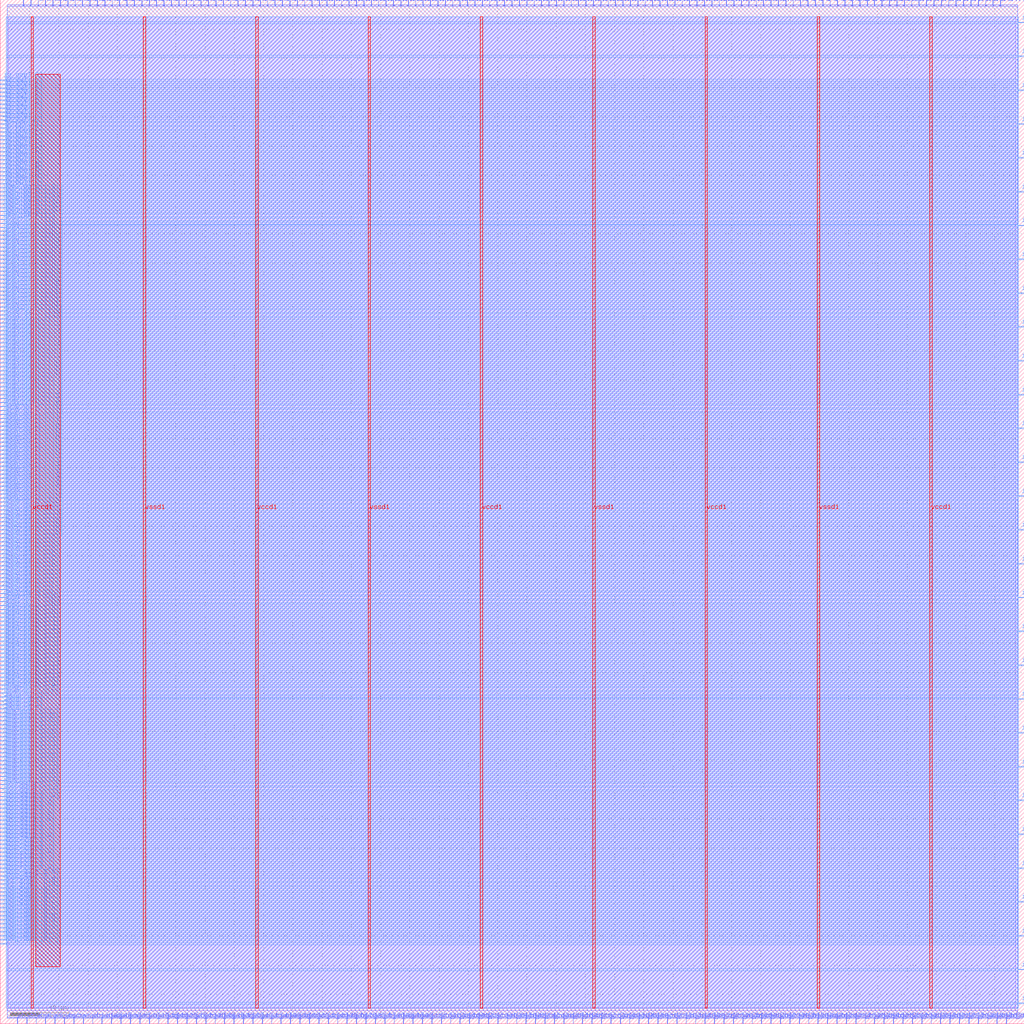
<source format=lef>
VERSION 5.7 ;
  NOWIREEXTENSIONATPIN ON ;
  DIVIDERCHAR "/" ;
  BUSBITCHARS "[]" ;
MACRO vco_adc_wrapper
  CLASS BLOCK ;
  FOREIGN vco_adc_wrapper ;
  ORIGIN 0.000 0.000 ;
  SIZE 700.000 BY 700.000 ;
  PIN adc0_dat_i[0]
    DIRECTION INPUT ;
    USE SIGNAL ;
    ANTENNAGATEAREA 0.196500 ;
    PORT
      LAYER met2 ;
        RECT 15.730 696.000 16.010 700.000 ;
    END
  END adc0_dat_i[0]
  PIN adc0_dat_i[10]
    DIRECTION INPUT ;
    USE SIGNAL ;
    ANTENNAGATEAREA 0.196500 ;
    PORT
      LAYER met2 ;
        RECT 182.710 696.000 182.990 700.000 ;
    END
  END adc0_dat_i[10]
  PIN adc0_dat_i[11]
    DIRECTION INPUT ;
    USE SIGNAL ;
    ANTENNAGATEAREA 0.196500 ;
    PORT
      LAYER met2 ;
        RECT 197.890 696.000 198.170 700.000 ;
    END
  END adc0_dat_i[11]
  PIN adc0_dat_i[12]
    DIRECTION INPUT ;
    USE SIGNAL ;
    ANTENNAGATEAREA 0.196500 ;
    PORT
      LAYER met2 ;
        RECT 213.070 696.000 213.350 700.000 ;
    END
  END adc0_dat_i[12]
  PIN adc0_dat_i[13]
    DIRECTION INPUT ;
    USE SIGNAL ;
    ANTENNAGATEAREA 0.196500 ;
    PORT
      LAYER met2 ;
        RECT 228.250 696.000 228.530 700.000 ;
    END
  END adc0_dat_i[13]
  PIN adc0_dat_i[14]
    DIRECTION INPUT ;
    USE SIGNAL ;
    ANTENNAGATEAREA 0.196500 ;
    PORT
      LAYER met2 ;
        RECT 243.430 696.000 243.710 700.000 ;
    END
  END adc0_dat_i[14]
  PIN adc0_dat_i[15]
    DIRECTION INPUT ;
    USE SIGNAL ;
    ANTENNAGATEAREA 0.196500 ;
    PORT
      LAYER met2 ;
        RECT 258.610 696.000 258.890 700.000 ;
    END
  END adc0_dat_i[15]
  PIN adc0_dat_i[16]
    DIRECTION INPUT ;
    USE SIGNAL ;
    ANTENNAGATEAREA 0.196500 ;
    PORT
      LAYER met2 ;
        RECT 273.790 696.000 274.070 700.000 ;
    END
  END adc0_dat_i[16]
  PIN adc0_dat_i[17]
    DIRECTION INPUT ;
    USE SIGNAL ;
    ANTENNAGATEAREA 0.196500 ;
    PORT
      LAYER met2 ;
        RECT 288.970 696.000 289.250 700.000 ;
    END
  END adc0_dat_i[17]
  PIN adc0_dat_i[18]
    DIRECTION INPUT ;
    USE SIGNAL ;
    ANTENNAGATEAREA 0.196500 ;
    PORT
      LAYER met2 ;
        RECT 304.150 696.000 304.430 700.000 ;
    END
  END adc0_dat_i[18]
  PIN adc0_dat_i[19]
    DIRECTION INPUT ;
    USE SIGNAL ;
    ANTENNAGATEAREA 0.196500 ;
    PORT
      LAYER met2 ;
        RECT 319.330 696.000 319.610 700.000 ;
    END
  END adc0_dat_i[19]
  PIN adc0_dat_i[1]
    DIRECTION INPUT ;
    USE SIGNAL ;
    ANTENNAGATEAREA 0.196500 ;
    PORT
      LAYER met2 ;
        RECT 35.970 696.000 36.250 700.000 ;
    END
  END adc0_dat_i[1]
  PIN adc0_dat_i[20]
    DIRECTION INPUT ;
    USE SIGNAL ;
    ANTENNAGATEAREA 0.196500 ;
    PORT
      LAYER met2 ;
        RECT 334.510 696.000 334.790 700.000 ;
    END
  END adc0_dat_i[20]
  PIN adc0_dat_i[21]
    DIRECTION INPUT ;
    USE SIGNAL ;
    ANTENNAGATEAREA 0.196500 ;
    PORT
      LAYER met2 ;
        RECT 349.690 696.000 349.970 700.000 ;
    END
  END adc0_dat_i[21]
  PIN adc0_dat_i[22]
    DIRECTION INPUT ;
    USE SIGNAL ;
    ANTENNAGATEAREA 0.196500 ;
    PORT
      LAYER met2 ;
        RECT 364.870 696.000 365.150 700.000 ;
    END
  END adc0_dat_i[22]
  PIN adc0_dat_i[23]
    DIRECTION INPUT ;
    USE SIGNAL ;
    ANTENNAGATEAREA 0.196500 ;
    PORT
      LAYER met2 ;
        RECT 380.050 696.000 380.330 700.000 ;
    END
  END adc0_dat_i[23]
  PIN adc0_dat_i[24]
    DIRECTION INPUT ;
    USE SIGNAL ;
    ANTENNAGATEAREA 0.196500 ;
    PORT
      LAYER met2 ;
        RECT 395.230 696.000 395.510 700.000 ;
    END
  END adc0_dat_i[24]
  PIN adc0_dat_i[25]
    DIRECTION INPUT ;
    USE SIGNAL ;
    ANTENNAGATEAREA 0.196500 ;
    PORT
      LAYER met2 ;
        RECT 410.410 696.000 410.690 700.000 ;
    END
  END adc0_dat_i[25]
  PIN adc0_dat_i[26]
    DIRECTION INPUT ;
    USE SIGNAL ;
    ANTENNAGATEAREA 0.196500 ;
    PORT
      LAYER met2 ;
        RECT 425.590 696.000 425.870 700.000 ;
    END
  END adc0_dat_i[26]
  PIN adc0_dat_i[27]
    DIRECTION INPUT ;
    USE SIGNAL ;
    ANTENNAGATEAREA 0.196500 ;
    PORT
      LAYER met2 ;
        RECT 440.770 696.000 441.050 700.000 ;
    END
  END adc0_dat_i[27]
  PIN adc0_dat_i[28]
    DIRECTION INPUT ;
    USE SIGNAL ;
    ANTENNAGATEAREA 0.196500 ;
    PORT
      LAYER met2 ;
        RECT 455.950 696.000 456.230 700.000 ;
    END
  END adc0_dat_i[28]
  PIN adc0_dat_i[29]
    DIRECTION INPUT ;
    USE SIGNAL ;
    ANTENNAGATEAREA 0.196500 ;
    PORT
      LAYER met2 ;
        RECT 471.130 696.000 471.410 700.000 ;
    END
  END adc0_dat_i[29]
  PIN adc0_dat_i[2]
    DIRECTION INPUT ;
    USE SIGNAL ;
    ANTENNAGATEAREA 0.196500 ;
    PORT
      LAYER met2 ;
        RECT 56.210 696.000 56.490 700.000 ;
    END
  END adc0_dat_i[2]
  PIN adc0_dat_i[30]
    DIRECTION INPUT ;
    USE SIGNAL ;
    ANTENNAGATEAREA 0.196500 ;
    PORT
      LAYER met2 ;
        RECT 486.310 696.000 486.590 700.000 ;
    END
  END adc0_dat_i[30]
  PIN adc0_dat_i[31]
    DIRECTION INPUT ;
    USE SIGNAL ;
    ANTENNAGATEAREA 0.196500 ;
    PORT
      LAYER met2 ;
        RECT 501.490 696.000 501.770 700.000 ;
    END
  END adc0_dat_i[31]
  PIN adc0_dat_i[3]
    DIRECTION INPUT ;
    USE SIGNAL ;
    ANTENNAGATEAREA 0.196500 ;
    PORT
      LAYER met2 ;
        RECT 76.450 696.000 76.730 700.000 ;
    END
  END adc0_dat_i[3]
  PIN adc0_dat_i[4]
    DIRECTION INPUT ;
    USE SIGNAL ;
    ANTENNAGATEAREA 0.196500 ;
    PORT
      LAYER met2 ;
        RECT 91.630 696.000 91.910 700.000 ;
    END
  END adc0_dat_i[4]
  PIN adc0_dat_i[5]
    DIRECTION INPUT ;
    USE SIGNAL ;
    ANTENNAGATEAREA 0.196500 ;
    PORT
      LAYER met2 ;
        RECT 106.810 696.000 107.090 700.000 ;
    END
  END adc0_dat_i[5]
  PIN adc0_dat_i[6]
    DIRECTION INPUT ;
    USE SIGNAL ;
    ANTENNAGATEAREA 0.196500 ;
    PORT
      LAYER met2 ;
        RECT 121.990 696.000 122.270 700.000 ;
    END
  END adc0_dat_i[6]
  PIN adc0_dat_i[7]
    DIRECTION INPUT ;
    USE SIGNAL ;
    ANTENNAGATEAREA 0.196500 ;
    PORT
      LAYER met2 ;
        RECT 137.170 696.000 137.450 700.000 ;
    END
  END adc0_dat_i[7]
  PIN adc0_dat_i[8]
    DIRECTION INPUT ;
    USE SIGNAL ;
    ANTENNAGATEAREA 0.196500 ;
    PORT
      LAYER met2 ;
        RECT 152.350 696.000 152.630 700.000 ;
    END
  END adc0_dat_i[8]
  PIN adc0_dat_i[9]
    DIRECTION INPUT ;
    USE SIGNAL ;
    ANTENNAGATEAREA 0.196500 ;
    PORT
      LAYER met2 ;
        RECT 167.530 696.000 167.810 700.000 ;
    END
  END adc0_dat_i[9]
  PIN adc1_dat_i[0]
    DIRECTION INPUT ;
    USE SIGNAL ;
    ANTENNAGATEAREA 0.196500 ;
    PORT
      LAYER met2 ;
        RECT 20.790 696.000 21.070 700.000 ;
    END
  END adc1_dat_i[0]
  PIN adc1_dat_i[10]
    DIRECTION INPUT ;
    USE SIGNAL ;
    ANTENNAGATEAREA 0.196500 ;
    PORT
      LAYER met2 ;
        RECT 187.770 696.000 188.050 700.000 ;
    END
  END adc1_dat_i[10]
  PIN adc1_dat_i[11]
    DIRECTION INPUT ;
    USE SIGNAL ;
    ANTENNAGATEAREA 0.196500 ;
    PORT
      LAYER met2 ;
        RECT 202.950 696.000 203.230 700.000 ;
    END
  END adc1_dat_i[11]
  PIN adc1_dat_i[12]
    DIRECTION INPUT ;
    USE SIGNAL ;
    ANTENNAGATEAREA 0.196500 ;
    PORT
      LAYER met2 ;
        RECT 218.130 696.000 218.410 700.000 ;
    END
  END adc1_dat_i[12]
  PIN adc1_dat_i[13]
    DIRECTION INPUT ;
    USE SIGNAL ;
    ANTENNAGATEAREA 0.196500 ;
    PORT
      LAYER met2 ;
        RECT 233.310 696.000 233.590 700.000 ;
    END
  END adc1_dat_i[13]
  PIN adc1_dat_i[14]
    DIRECTION INPUT ;
    USE SIGNAL ;
    ANTENNAGATEAREA 0.196500 ;
    PORT
      LAYER met2 ;
        RECT 248.490 696.000 248.770 700.000 ;
    END
  END adc1_dat_i[14]
  PIN adc1_dat_i[15]
    DIRECTION INPUT ;
    USE SIGNAL ;
    ANTENNAGATEAREA 0.196500 ;
    PORT
      LAYER met2 ;
        RECT 263.670 696.000 263.950 700.000 ;
    END
  END adc1_dat_i[15]
  PIN adc1_dat_i[16]
    DIRECTION INPUT ;
    USE SIGNAL ;
    ANTENNAGATEAREA 0.196500 ;
    PORT
      LAYER met2 ;
        RECT 278.850 696.000 279.130 700.000 ;
    END
  END adc1_dat_i[16]
  PIN adc1_dat_i[17]
    DIRECTION INPUT ;
    USE SIGNAL ;
    ANTENNAGATEAREA 0.196500 ;
    PORT
      LAYER met2 ;
        RECT 294.030 696.000 294.310 700.000 ;
    END
  END adc1_dat_i[17]
  PIN adc1_dat_i[18]
    DIRECTION INPUT ;
    USE SIGNAL ;
    ANTENNAGATEAREA 0.196500 ;
    PORT
      LAYER met2 ;
        RECT 309.210 696.000 309.490 700.000 ;
    END
  END adc1_dat_i[18]
  PIN adc1_dat_i[19]
    DIRECTION INPUT ;
    USE SIGNAL ;
    ANTENNAGATEAREA 0.196500 ;
    PORT
      LAYER met2 ;
        RECT 324.390 696.000 324.670 700.000 ;
    END
  END adc1_dat_i[19]
  PIN adc1_dat_i[1]
    DIRECTION INPUT ;
    USE SIGNAL ;
    ANTENNAGATEAREA 0.196500 ;
    PORT
      LAYER met2 ;
        RECT 41.030 696.000 41.310 700.000 ;
    END
  END adc1_dat_i[1]
  PIN adc1_dat_i[20]
    DIRECTION INPUT ;
    USE SIGNAL ;
    ANTENNAGATEAREA 0.196500 ;
    PORT
      LAYER met2 ;
        RECT 339.570 696.000 339.850 700.000 ;
    END
  END adc1_dat_i[20]
  PIN adc1_dat_i[21]
    DIRECTION INPUT ;
    USE SIGNAL ;
    ANTENNAGATEAREA 0.196500 ;
    PORT
      LAYER met2 ;
        RECT 354.750 696.000 355.030 700.000 ;
    END
  END adc1_dat_i[21]
  PIN adc1_dat_i[22]
    DIRECTION INPUT ;
    USE SIGNAL ;
    ANTENNAGATEAREA 0.196500 ;
    PORT
      LAYER met2 ;
        RECT 369.930 696.000 370.210 700.000 ;
    END
  END adc1_dat_i[22]
  PIN adc1_dat_i[23]
    DIRECTION INPUT ;
    USE SIGNAL ;
    ANTENNAGATEAREA 0.196500 ;
    PORT
      LAYER met2 ;
        RECT 385.110 696.000 385.390 700.000 ;
    END
  END adc1_dat_i[23]
  PIN adc1_dat_i[24]
    DIRECTION INPUT ;
    USE SIGNAL ;
    ANTENNAGATEAREA 0.196500 ;
    PORT
      LAYER met2 ;
        RECT 400.290 696.000 400.570 700.000 ;
    END
  END adc1_dat_i[24]
  PIN adc1_dat_i[25]
    DIRECTION INPUT ;
    USE SIGNAL ;
    ANTENNAGATEAREA 0.196500 ;
    PORT
      LAYER met2 ;
        RECT 415.470 696.000 415.750 700.000 ;
    END
  END adc1_dat_i[25]
  PIN adc1_dat_i[26]
    DIRECTION INPUT ;
    USE SIGNAL ;
    ANTENNAGATEAREA 0.196500 ;
    PORT
      LAYER met2 ;
        RECT 430.650 696.000 430.930 700.000 ;
    END
  END adc1_dat_i[26]
  PIN adc1_dat_i[27]
    DIRECTION INPUT ;
    USE SIGNAL ;
    ANTENNAGATEAREA 0.196500 ;
    PORT
      LAYER met2 ;
        RECT 445.830 696.000 446.110 700.000 ;
    END
  END adc1_dat_i[27]
  PIN adc1_dat_i[28]
    DIRECTION INPUT ;
    USE SIGNAL ;
    ANTENNAGATEAREA 0.196500 ;
    PORT
      LAYER met2 ;
        RECT 461.010 696.000 461.290 700.000 ;
    END
  END adc1_dat_i[28]
  PIN adc1_dat_i[29]
    DIRECTION INPUT ;
    USE SIGNAL ;
    ANTENNAGATEAREA 0.196500 ;
    PORT
      LAYER met2 ;
        RECT 476.190 696.000 476.470 700.000 ;
    END
  END adc1_dat_i[29]
  PIN adc1_dat_i[2]
    DIRECTION INPUT ;
    USE SIGNAL ;
    ANTENNAGATEAREA 0.196500 ;
    PORT
      LAYER met2 ;
        RECT 61.270 696.000 61.550 700.000 ;
    END
  END adc1_dat_i[2]
  PIN adc1_dat_i[30]
    DIRECTION INPUT ;
    USE SIGNAL ;
    ANTENNAGATEAREA 0.196500 ;
    PORT
      LAYER met2 ;
        RECT 491.370 696.000 491.650 700.000 ;
    END
  END adc1_dat_i[30]
  PIN adc1_dat_i[31]
    DIRECTION INPUT ;
    USE SIGNAL ;
    ANTENNAGATEAREA 0.196500 ;
    PORT
      LAYER met2 ;
        RECT 506.550 696.000 506.830 700.000 ;
    END
  END adc1_dat_i[31]
  PIN adc1_dat_i[3]
    DIRECTION INPUT ;
    USE SIGNAL ;
    ANTENNAGATEAREA 0.196500 ;
    PORT
      LAYER met2 ;
        RECT 81.510 696.000 81.790 700.000 ;
    END
  END adc1_dat_i[3]
  PIN adc1_dat_i[4]
    DIRECTION INPUT ;
    USE SIGNAL ;
    ANTENNAGATEAREA 0.196500 ;
    PORT
      LAYER met2 ;
        RECT 96.690 696.000 96.970 700.000 ;
    END
  END adc1_dat_i[4]
  PIN adc1_dat_i[5]
    DIRECTION INPUT ;
    USE SIGNAL ;
    ANTENNAGATEAREA 0.196500 ;
    PORT
      LAYER met2 ;
        RECT 111.870 696.000 112.150 700.000 ;
    END
  END adc1_dat_i[5]
  PIN adc1_dat_i[6]
    DIRECTION INPUT ;
    USE SIGNAL ;
    ANTENNAGATEAREA 0.196500 ;
    PORT
      LAYER met2 ;
        RECT 127.050 696.000 127.330 700.000 ;
    END
  END adc1_dat_i[6]
  PIN adc1_dat_i[7]
    DIRECTION INPUT ;
    USE SIGNAL ;
    ANTENNAGATEAREA 0.196500 ;
    PORT
      LAYER met2 ;
        RECT 142.230 696.000 142.510 700.000 ;
    END
  END adc1_dat_i[7]
  PIN adc1_dat_i[8]
    DIRECTION INPUT ;
    USE SIGNAL ;
    ANTENNAGATEAREA 0.196500 ;
    PORT
      LAYER met2 ;
        RECT 157.410 696.000 157.690 700.000 ;
    END
  END adc1_dat_i[8]
  PIN adc1_dat_i[9]
    DIRECTION INPUT ;
    USE SIGNAL ;
    ANTENNAGATEAREA 0.196500 ;
    PORT
      LAYER met2 ;
        RECT 172.590 696.000 172.870 700.000 ;
    END
  END adc1_dat_i[9]
  PIN adc2_dat_i[0]
    DIRECTION INPUT ;
    USE SIGNAL ;
    ANTENNAGATEAREA 0.196500 ;
    PORT
      LAYER met2 ;
        RECT 25.850 696.000 26.130 700.000 ;
    END
  END adc2_dat_i[0]
  PIN adc2_dat_i[10]
    DIRECTION INPUT ;
    USE SIGNAL ;
    ANTENNAGATEAREA 0.196500 ;
    PORT
      LAYER met2 ;
        RECT 192.830 696.000 193.110 700.000 ;
    END
  END adc2_dat_i[10]
  PIN adc2_dat_i[11]
    DIRECTION INPUT ;
    USE SIGNAL ;
    ANTENNAGATEAREA 0.196500 ;
    PORT
      LAYER met2 ;
        RECT 208.010 696.000 208.290 700.000 ;
    END
  END adc2_dat_i[11]
  PIN adc2_dat_i[12]
    DIRECTION INPUT ;
    USE SIGNAL ;
    ANTENNAGATEAREA 0.196500 ;
    PORT
      LAYER met2 ;
        RECT 223.190 696.000 223.470 700.000 ;
    END
  END adc2_dat_i[12]
  PIN adc2_dat_i[13]
    DIRECTION INPUT ;
    USE SIGNAL ;
    ANTENNAGATEAREA 0.196500 ;
    PORT
      LAYER met2 ;
        RECT 238.370 696.000 238.650 700.000 ;
    END
  END adc2_dat_i[13]
  PIN adc2_dat_i[14]
    DIRECTION INPUT ;
    USE SIGNAL ;
    ANTENNAGATEAREA 0.196500 ;
    PORT
      LAYER met2 ;
        RECT 253.550 696.000 253.830 700.000 ;
    END
  END adc2_dat_i[14]
  PIN adc2_dat_i[15]
    DIRECTION INPUT ;
    USE SIGNAL ;
    ANTENNAGATEAREA 0.196500 ;
    PORT
      LAYER met2 ;
        RECT 268.730 696.000 269.010 700.000 ;
    END
  END adc2_dat_i[15]
  PIN adc2_dat_i[16]
    DIRECTION INPUT ;
    USE SIGNAL ;
    ANTENNAGATEAREA 0.196500 ;
    PORT
      LAYER met2 ;
        RECT 283.910 696.000 284.190 700.000 ;
    END
  END adc2_dat_i[16]
  PIN adc2_dat_i[17]
    DIRECTION INPUT ;
    USE SIGNAL ;
    ANTENNAGATEAREA 0.196500 ;
    PORT
      LAYER met2 ;
        RECT 299.090 696.000 299.370 700.000 ;
    END
  END adc2_dat_i[17]
  PIN adc2_dat_i[18]
    DIRECTION INPUT ;
    USE SIGNAL ;
    ANTENNAGATEAREA 0.196500 ;
    PORT
      LAYER met2 ;
        RECT 314.270 696.000 314.550 700.000 ;
    END
  END adc2_dat_i[18]
  PIN adc2_dat_i[19]
    DIRECTION INPUT ;
    USE SIGNAL ;
    ANTENNAGATEAREA 0.196500 ;
    PORT
      LAYER met2 ;
        RECT 329.450 696.000 329.730 700.000 ;
    END
  END adc2_dat_i[19]
  PIN adc2_dat_i[1]
    DIRECTION INPUT ;
    USE SIGNAL ;
    ANTENNAGATEAREA 0.196500 ;
    PORT
      LAYER met2 ;
        RECT 46.090 696.000 46.370 700.000 ;
    END
  END adc2_dat_i[1]
  PIN adc2_dat_i[20]
    DIRECTION INPUT ;
    USE SIGNAL ;
    ANTENNAGATEAREA 0.196500 ;
    PORT
      LAYER met2 ;
        RECT 344.630 696.000 344.910 700.000 ;
    END
  END adc2_dat_i[20]
  PIN adc2_dat_i[21]
    DIRECTION INPUT ;
    USE SIGNAL ;
    ANTENNAGATEAREA 0.196500 ;
    PORT
      LAYER met2 ;
        RECT 359.810 696.000 360.090 700.000 ;
    END
  END adc2_dat_i[21]
  PIN adc2_dat_i[22]
    DIRECTION INPUT ;
    USE SIGNAL ;
    ANTENNAGATEAREA 0.196500 ;
    PORT
      LAYER met2 ;
        RECT 374.990 696.000 375.270 700.000 ;
    END
  END adc2_dat_i[22]
  PIN adc2_dat_i[23]
    DIRECTION INPUT ;
    USE SIGNAL ;
    ANTENNAGATEAREA 0.196500 ;
    PORT
      LAYER met2 ;
        RECT 390.170 696.000 390.450 700.000 ;
    END
  END adc2_dat_i[23]
  PIN adc2_dat_i[24]
    DIRECTION INPUT ;
    USE SIGNAL ;
    ANTENNAGATEAREA 0.196500 ;
    PORT
      LAYER met2 ;
        RECT 405.350 696.000 405.630 700.000 ;
    END
  END adc2_dat_i[24]
  PIN adc2_dat_i[25]
    DIRECTION INPUT ;
    USE SIGNAL ;
    ANTENNAGATEAREA 0.196500 ;
    PORT
      LAYER met2 ;
        RECT 420.530 696.000 420.810 700.000 ;
    END
  END adc2_dat_i[25]
  PIN adc2_dat_i[26]
    DIRECTION INPUT ;
    USE SIGNAL ;
    ANTENNAGATEAREA 0.196500 ;
    PORT
      LAYER met2 ;
        RECT 435.710 696.000 435.990 700.000 ;
    END
  END adc2_dat_i[26]
  PIN adc2_dat_i[27]
    DIRECTION INPUT ;
    USE SIGNAL ;
    ANTENNAGATEAREA 0.196500 ;
    PORT
      LAYER met2 ;
        RECT 450.890 696.000 451.170 700.000 ;
    END
  END adc2_dat_i[27]
  PIN adc2_dat_i[28]
    DIRECTION INPUT ;
    USE SIGNAL ;
    ANTENNAGATEAREA 0.196500 ;
    PORT
      LAYER met2 ;
        RECT 466.070 696.000 466.350 700.000 ;
    END
  END adc2_dat_i[28]
  PIN adc2_dat_i[29]
    DIRECTION INPUT ;
    USE SIGNAL ;
    ANTENNAGATEAREA 0.196500 ;
    PORT
      LAYER met2 ;
        RECT 481.250 696.000 481.530 700.000 ;
    END
  END adc2_dat_i[29]
  PIN adc2_dat_i[2]
    DIRECTION INPUT ;
    USE SIGNAL ;
    ANTENNAGATEAREA 0.196500 ;
    PORT
      LAYER met2 ;
        RECT 66.330 696.000 66.610 700.000 ;
    END
  END adc2_dat_i[2]
  PIN adc2_dat_i[30]
    DIRECTION INPUT ;
    USE SIGNAL ;
    ANTENNAGATEAREA 0.196500 ;
    PORT
      LAYER met2 ;
        RECT 496.430 696.000 496.710 700.000 ;
    END
  END adc2_dat_i[30]
  PIN adc2_dat_i[31]
    DIRECTION INPUT ;
    USE SIGNAL ;
    ANTENNAGATEAREA 0.196500 ;
    PORT
      LAYER met2 ;
        RECT 511.610 696.000 511.890 700.000 ;
    END
  END adc2_dat_i[31]
  PIN adc2_dat_i[3]
    DIRECTION INPUT ;
    USE SIGNAL ;
    ANTENNAGATEAREA 0.196500 ;
    PORT
      LAYER met2 ;
        RECT 86.570 696.000 86.850 700.000 ;
    END
  END adc2_dat_i[3]
  PIN adc2_dat_i[4]
    DIRECTION INPUT ;
    USE SIGNAL ;
    ANTENNAGATEAREA 0.196500 ;
    PORT
      LAYER met2 ;
        RECT 101.750 696.000 102.030 700.000 ;
    END
  END adc2_dat_i[4]
  PIN adc2_dat_i[5]
    DIRECTION INPUT ;
    USE SIGNAL ;
    ANTENNAGATEAREA 0.196500 ;
    PORT
      LAYER met2 ;
        RECT 116.930 696.000 117.210 700.000 ;
    END
  END adc2_dat_i[5]
  PIN adc2_dat_i[6]
    DIRECTION INPUT ;
    USE SIGNAL ;
    ANTENNAGATEAREA 0.196500 ;
    PORT
      LAYER met2 ;
        RECT 132.110 696.000 132.390 700.000 ;
    END
  END adc2_dat_i[6]
  PIN adc2_dat_i[7]
    DIRECTION INPUT ;
    USE SIGNAL ;
    ANTENNAGATEAREA 0.196500 ;
    PORT
      LAYER met2 ;
        RECT 147.290 696.000 147.570 700.000 ;
    END
  END adc2_dat_i[7]
  PIN adc2_dat_i[8]
    DIRECTION INPUT ;
    USE SIGNAL ;
    ANTENNAGATEAREA 0.196500 ;
    PORT
      LAYER met2 ;
        RECT 162.470 696.000 162.750 700.000 ;
    END
  END adc2_dat_i[8]
  PIN adc2_dat_i[9]
    DIRECTION INPUT ;
    USE SIGNAL ;
    ANTENNAGATEAREA 0.196500 ;
    PORT
      LAYER met2 ;
        RECT 177.650 696.000 177.930 700.000 ;
    END
  END adc2_dat_i[9]
  PIN adc_dvalid_i[0]
    DIRECTION INPUT ;
    USE SIGNAL ;
    ANTENNAGATEAREA 0.126000 ;
    PORT
      LAYER met2 ;
        RECT 30.910 696.000 31.190 700.000 ;
    END
  END adc_dvalid_i[0]
  PIN adc_dvalid_i[1]
    DIRECTION INPUT ;
    USE SIGNAL ;
    ANTENNAGATEAREA 0.213000 ;
    PORT
      LAYER met2 ;
        RECT 51.150 696.000 51.430 700.000 ;
    END
  END adc_dvalid_i[1]
  PIN adc_dvalid_i[2]
    DIRECTION INPUT ;
    USE SIGNAL ;
    ANTENNAGATEAREA 0.196500 ;
    PORT
      LAYER met2 ;
        RECT 71.390 696.000 71.670 700.000 ;
    END
  END adc_dvalid_i[2]
  PIN io_oeb[0]
    DIRECTION OUTPUT TRISTATE ;
    USE SIGNAL ;
    ANTENNADIFFAREA 0.340600 ;
    PORT
      LAYER met3 ;
        RECT 696.000 36.760 700.000 37.360 ;
    END
  END io_oeb[0]
  PIN io_oeb[10]
    DIRECTION OUTPUT TRISTATE ;
    USE SIGNAL ;
    ANTENNADIFFAREA 0.340600 ;
    PORT
      LAYER met3 ;
        RECT 696.000 499.160 700.000 499.760 ;
    END
  END io_oeb[10]
  PIN io_oeb[11]
    DIRECTION OUTPUT TRISTATE ;
    USE SIGNAL ;
    ANTENNADIFFAREA 0.340600 ;
    PORT
      LAYER met3 ;
        RECT 696.000 545.400 700.000 546.000 ;
    END
  END io_oeb[11]
  PIN io_oeb[12]
    DIRECTION OUTPUT TRISTATE ;
    USE SIGNAL ;
    ANTENNADIFFAREA 0.340600 ;
    PORT
      LAYER met3 ;
        RECT 696.000 591.640 700.000 592.240 ;
    END
  END io_oeb[12]
  PIN io_oeb[13]
    DIRECTION OUTPUT TRISTATE ;
    USE SIGNAL ;
    ANTENNADIFFAREA 0.340600 ;
    PORT
      LAYER met3 ;
        RECT 696.000 637.880 700.000 638.480 ;
    END
  END io_oeb[13]
  PIN io_oeb[14]
    DIRECTION OUTPUT TRISTATE ;
    USE SIGNAL ;
    ANTENNADIFFAREA 0.340600 ;
    PORT
      LAYER met3 ;
        RECT 696.000 684.120 700.000 684.720 ;
    END
  END io_oeb[14]
  PIN io_oeb[15]
    DIRECTION OUTPUT TRISTATE ;
    USE SIGNAL ;
    ANTENNADIFFAREA 0.340600 ;
    PORT
      LAYER met2 ;
        RECT 683.650 696.000 683.930 700.000 ;
    END
  END io_oeb[15]
  PIN io_oeb[16]
    DIRECTION OUTPUT TRISTATE ;
    USE SIGNAL ;
    ANTENNADIFFAREA 0.340600 ;
    PORT
      LAYER met2 ;
        RECT 673.530 696.000 673.810 700.000 ;
    END
  END io_oeb[16]
  PIN io_oeb[17]
    DIRECTION OUTPUT TRISTATE ;
    USE SIGNAL ;
    ANTENNADIFFAREA 0.340600 ;
    PORT
      LAYER met2 ;
        RECT 663.410 696.000 663.690 700.000 ;
    END
  END io_oeb[17]
  PIN io_oeb[18]
    DIRECTION OUTPUT TRISTATE ;
    USE SIGNAL ;
    ANTENNADIFFAREA 0.340600 ;
    PORT
      LAYER met2 ;
        RECT 653.290 696.000 653.570 700.000 ;
    END
  END io_oeb[18]
  PIN io_oeb[19]
    DIRECTION OUTPUT TRISTATE ;
    USE SIGNAL ;
    ANTENNADIFFAREA 0.340600 ;
    PORT
      LAYER met2 ;
        RECT 643.170 696.000 643.450 700.000 ;
    END
  END io_oeb[19]
  PIN io_oeb[1]
    DIRECTION OUTPUT TRISTATE ;
    USE SIGNAL ;
    ANTENNADIFFAREA 0.340600 ;
    PORT
      LAYER met3 ;
        RECT 696.000 83.000 700.000 83.600 ;
    END
  END io_oeb[1]
  PIN io_oeb[20]
    DIRECTION OUTPUT TRISTATE ;
    USE SIGNAL ;
    ANTENNADIFFAREA 0.340600 ;
    PORT
      LAYER met2 ;
        RECT 633.050 696.000 633.330 700.000 ;
    END
  END io_oeb[20]
  PIN io_oeb[21]
    DIRECTION OUTPUT TRISTATE ;
    USE SIGNAL ;
    ANTENNADIFFAREA 0.340600 ;
    PORT
      LAYER met2 ;
        RECT 622.930 696.000 623.210 700.000 ;
    END
  END io_oeb[21]
  PIN io_oeb[22]
    DIRECTION OUTPUT TRISTATE ;
    USE SIGNAL ;
    ANTENNADIFFAREA 0.340600 ;
    PORT
      LAYER met2 ;
        RECT 612.810 696.000 613.090 700.000 ;
    END
  END io_oeb[22]
  PIN io_oeb[23]
    DIRECTION OUTPUT TRISTATE ;
    USE SIGNAL ;
    ANTENNADIFFAREA 0.340600 ;
    PORT
      LAYER met2 ;
        RECT 602.690 696.000 602.970 700.000 ;
    END
  END io_oeb[23]
  PIN io_oeb[24]
    DIRECTION OUTPUT TRISTATE ;
    USE SIGNAL ;
    ANTENNADIFFAREA 0.340600 ;
    PORT
      LAYER met3 ;
        RECT 0.000 573.960 4.000 574.560 ;
    END
  END io_oeb[24]
  PIN io_oeb[25]
    DIRECTION OUTPUT TRISTATE ;
    USE SIGNAL ;
    ANTENNADIFFAREA 0.340600 ;
    PORT
      LAYER met3 ;
        RECT 0.000 579.400 4.000 580.000 ;
    END
  END io_oeb[25]
  PIN io_oeb[26]
    DIRECTION OUTPUT TRISTATE ;
    USE SIGNAL ;
    ANTENNADIFFAREA 0.340600 ;
    PORT
      LAYER met3 ;
        RECT 0.000 584.840 4.000 585.440 ;
    END
  END io_oeb[26]
  PIN io_oeb[27]
    DIRECTION OUTPUT TRISTATE ;
    USE SIGNAL ;
    ANTENNADIFFAREA 0.340600 ;
    PORT
      LAYER met3 ;
        RECT 0.000 590.280 4.000 590.880 ;
    END
  END io_oeb[27]
  PIN io_oeb[28]
    DIRECTION OUTPUT TRISTATE ;
    USE SIGNAL ;
    ANTENNADIFFAREA 0.340600 ;
    PORT
      LAYER met3 ;
        RECT 0.000 595.720 4.000 596.320 ;
    END
  END io_oeb[28]
  PIN io_oeb[29]
    DIRECTION OUTPUT TRISTATE ;
    USE SIGNAL ;
    ANTENNADIFFAREA 0.340600 ;
    PORT
      LAYER met3 ;
        RECT 0.000 601.160 4.000 601.760 ;
    END
  END io_oeb[29]
  PIN io_oeb[2]
    DIRECTION OUTPUT TRISTATE ;
    USE SIGNAL ;
    ANTENNADIFFAREA 0.340600 ;
    PORT
      LAYER met3 ;
        RECT 696.000 129.240 700.000 129.840 ;
    END
  END io_oeb[2]
  PIN io_oeb[30]
    DIRECTION OUTPUT TRISTATE ;
    USE SIGNAL ;
    ANTENNADIFFAREA 0.340600 ;
    PORT
      LAYER met3 ;
        RECT 0.000 606.600 4.000 607.200 ;
    END
  END io_oeb[30]
  PIN io_oeb[31]
    DIRECTION OUTPUT TRISTATE ;
    USE SIGNAL ;
    ANTENNADIFFAREA 0.340600 ;
    PORT
      LAYER met3 ;
        RECT 0.000 612.040 4.000 612.640 ;
    END
  END io_oeb[31]
  PIN io_oeb[32]
    DIRECTION OUTPUT TRISTATE ;
    USE SIGNAL ;
    ANTENNADIFFAREA 0.340600 ;
    PORT
      LAYER met3 ;
        RECT 0.000 617.480 4.000 618.080 ;
    END
  END io_oeb[32]
  PIN io_oeb[33]
    DIRECTION OUTPUT TRISTATE ;
    USE SIGNAL ;
    ANTENNADIFFAREA 0.340600 ;
    PORT
      LAYER met3 ;
        RECT 0.000 622.920 4.000 623.520 ;
    END
  END io_oeb[33]
  PIN io_oeb[34]
    DIRECTION OUTPUT TRISTATE ;
    USE SIGNAL ;
    ANTENNADIFFAREA 0.340600 ;
    PORT
      LAYER met3 ;
        RECT 0.000 628.360 4.000 628.960 ;
    END
  END io_oeb[34]
  PIN io_oeb[35]
    DIRECTION OUTPUT TRISTATE ;
    USE SIGNAL ;
    ANTENNADIFFAREA 0.340600 ;
    PORT
      LAYER met3 ;
        RECT 0.000 633.800 4.000 634.400 ;
    END
  END io_oeb[35]
  PIN io_oeb[36]
    DIRECTION OUTPUT TRISTATE ;
    USE SIGNAL ;
    ANTENNADIFFAREA 0.340600 ;
    PORT
      LAYER met3 ;
        RECT 0.000 639.240 4.000 639.840 ;
    END
  END io_oeb[36]
  PIN io_oeb[37]
    DIRECTION OUTPUT TRISTATE ;
    USE SIGNAL ;
    PORT
      LAYER met3 ;
        RECT 0.000 644.680 4.000 645.280 ;
    END
  END io_oeb[37]
  PIN io_oeb[3]
    DIRECTION OUTPUT TRISTATE ;
    USE SIGNAL ;
    ANTENNADIFFAREA 0.340600 ;
    PORT
      LAYER met3 ;
        RECT 696.000 175.480 700.000 176.080 ;
    END
  END io_oeb[3]
  PIN io_oeb[4]
    DIRECTION OUTPUT TRISTATE ;
    USE SIGNAL ;
    ANTENNADIFFAREA 0.340600 ;
    PORT
      LAYER met3 ;
        RECT 696.000 221.720 700.000 222.320 ;
    END
  END io_oeb[4]
  PIN io_oeb[5]
    DIRECTION OUTPUT TRISTATE ;
    USE SIGNAL ;
    ANTENNADIFFAREA 0.340600 ;
    PORT
      LAYER met3 ;
        RECT 696.000 267.960 700.000 268.560 ;
    END
  END io_oeb[5]
  PIN io_oeb[6]
    DIRECTION OUTPUT TRISTATE ;
    USE SIGNAL ;
    ANTENNADIFFAREA 0.340600 ;
    PORT
      LAYER met3 ;
        RECT 696.000 314.200 700.000 314.800 ;
    END
  END io_oeb[6]
  PIN io_oeb[7]
    DIRECTION OUTPUT TRISTATE ;
    USE SIGNAL ;
    ANTENNADIFFAREA 0.340600 ;
    PORT
      LAYER met3 ;
        RECT 696.000 360.440 700.000 361.040 ;
    END
  END io_oeb[7]
  PIN io_oeb[8]
    DIRECTION OUTPUT TRISTATE ;
    USE SIGNAL ;
    ANTENNADIFFAREA 0.340600 ;
    PORT
      LAYER met3 ;
        RECT 696.000 406.680 700.000 407.280 ;
    END
  END io_oeb[8]
  PIN io_oeb[9]
    DIRECTION OUTPUT TRISTATE ;
    USE SIGNAL ;
    ANTENNADIFFAREA 0.340600 ;
    PORT
      LAYER met3 ;
        RECT 696.000 452.920 700.000 453.520 ;
    END
  END io_oeb[9]
  PIN io_out[0]
    DIRECTION OUTPUT TRISTATE ;
    USE SIGNAL ;
    ANTENNADIFFAREA 0.340600 ;
    PORT
      LAYER met3 ;
        RECT 696.000 13.640 700.000 14.240 ;
    END
  END io_out[0]
  PIN io_out[10]
    DIRECTION OUTPUT TRISTATE ;
    USE SIGNAL ;
    ANTENNADIFFAREA 0.340600 ;
    PORT
      LAYER met3 ;
        RECT 696.000 476.040 700.000 476.640 ;
    END
  END io_out[10]
  PIN io_out[11]
    DIRECTION OUTPUT TRISTATE ;
    USE SIGNAL ;
    ANTENNADIFFAREA 0.340600 ;
    PORT
      LAYER met3 ;
        RECT 696.000 522.280 700.000 522.880 ;
    END
  END io_out[11]
  PIN io_out[12]
    DIRECTION OUTPUT TRISTATE ;
    USE SIGNAL ;
    ANTENNADIFFAREA 0.340600 ;
    PORT
      LAYER met3 ;
        RECT 696.000 568.520 700.000 569.120 ;
    END
  END io_out[12]
  PIN io_out[13]
    DIRECTION OUTPUT TRISTATE ;
    USE SIGNAL ;
    ANTENNADIFFAREA 0.340600 ;
    PORT
      LAYER met3 ;
        RECT 696.000 614.760 700.000 615.360 ;
    END
  END io_out[13]
  PIN io_out[14]
    DIRECTION OUTPUT TRISTATE ;
    USE SIGNAL ;
    ANTENNADIFFAREA 0.340600 ;
    PORT
      LAYER met3 ;
        RECT 696.000 661.000 700.000 661.600 ;
    END
  END io_out[14]
  PIN io_out[15]
    DIRECTION OUTPUT TRISTATE ;
    USE SIGNAL ;
    ANTENNADIFFAREA 0.340600 ;
    PORT
      LAYER met2 ;
        RECT 678.590 696.000 678.870 700.000 ;
    END
  END io_out[15]
  PIN io_out[16]
    DIRECTION OUTPUT TRISTATE ;
    USE SIGNAL ;
    ANTENNADIFFAREA 0.340600 ;
    PORT
      LAYER met2 ;
        RECT 668.470 696.000 668.750 700.000 ;
    END
  END io_out[16]
  PIN io_out[17]
    DIRECTION OUTPUT TRISTATE ;
    USE SIGNAL ;
    ANTENNADIFFAREA 0.340600 ;
    PORT
      LAYER met2 ;
        RECT 658.350 696.000 658.630 700.000 ;
    END
  END io_out[17]
  PIN io_out[18]
    DIRECTION OUTPUT TRISTATE ;
    USE SIGNAL ;
    ANTENNADIFFAREA 0.340600 ;
    PORT
      LAYER met2 ;
        RECT 648.230 696.000 648.510 700.000 ;
    END
  END io_out[18]
  PIN io_out[19]
    DIRECTION OUTPUT TRISTATE ;
    USE SIGNAL ;
    ANTENNADIFFAREA 0.340600 ;
    PORT
      LAYER met2 ;
        RECT 638.110 696.000 638.390 700.000 ;
    END
  END io_out[19]
  PIN io_out[1]
    DIRECTION OUTPUT TRISTATE ;
    USE SIGNAL ;
    ANTENNADIFFAREA 0.340600 ;
    PORT
      LAYER met3 ;
        RECT 696.000 59.880 700.000 60.480 ;
    END
  END io_out[1]
  PIN io_out[20]
    DIRECTION OUTPUT TRISTATE ;
    USE SIGNAL ;
    ANTENNADIFFAREA 0.340600 ;
    PORT
      LAYER met2 ;
        RECT 627.990 696.000 628.270 700.000 ;
    END
  END io_out[20]
  PIN io_out[21]
    DIRECTION OUTPUT TRISTATE ;
    USE SIGNAL ;
    ANTENNADIFFAREA 0.340600 ;
    PORT
      LAYER met2 ;
        RECT 617.870 696.000 618.150 700.000 ;
    END
  END io_out[21]
  PIN io_out[22]
    DIRECTION OUTPUT TRISTATE ;
    USE SIGNAL ;
    ANTENNADIFFAREA 0.340600 ;
    PORT
      LAYER met2 ;
        RECT 607.750 696.000 608.030 700.000 ;
    END
  END io_out[22]
  PIN io_out[23]
    DIRECTION OUTPUT TRISTATE ;
    USE SIGNAL ;
    ANTENNADIFFAREA 0.340600 ;
    PORT
      LAYER met2 ;
        RECT 597.630 696.000 597.910 700.000 ;
    END
  END io_out[23]
  PIN io_out[24]
    DIRECTION OUTPUT TRISTATE ;
    USE SIGNAL ;
    ANTENNADIFFAREA 0.340600 ;
    PORT
      LAYER met3 ;
        RECT 0.000 571.240 4.000 571.840 ;
    END
  END io_out[24]
  PIN io_out[25]
    DIRECTION OUTPUT TRISTATE ;
    USE SIGNAL ;
    ANTENNADIFFAREA 0.340600 ;
    PORT
      LAYER met3 ;
        RECT 0.000 576.680 4.000 577.280 ;
    END
  END io_out[25]
  PIN io_out[26]
    DIRECTION OUTPUT TRISTATE ;
    USE SIGNAL ;
    ANTENNADIFFAREA 0.340600 ;
    PORT
      LAYER met3 ;
        RECT 0.000 582.120 4.000 582.720 ;
    END
  END io_out[26]
  PIN io_out[27]
    DIRECTION OUTPUT TRISTATE ;
    USE SIGNAL ;
    ANTENNADIFFAREA 0.340600 ;
    PORT
      LAYER met3 ;
        RECT 0.000 587.560 4.000 588.160 ;
    END
  END io_out[27]
  PIN io_out[28]
    DIRECTION OUTPUT TRISTATE ;
    USE SIGNAL ;
    ANTENNADIFFAREA 0.340600 ;
    PORT
      LAYER met3 ;
        RECT 0.000 593.000 4.000 593.600 ;
    END
  END io_out[28]
  PIN io_out[29]
    DIRECTION OUTPUT TRISTATE ;
    USE SIGNAL ;
    ANTENNADIFFAREA 0.340600 ;
    PORT
      LAYER met3 ;
        RECT 0.000 598.440 4.000 599.040 ;
    END
  END io_out[29]
  PIN io_out[2]
    DIRECTION OUTPUT TRISTATE ;
    USE SIGNAL ;
    ANTENNADIFFAREA 0.340600 ;
    PORT
      LAYER met3 ;
        RECT 696.000 106.120 700.000 106.720 ;
    END
  END io_out[2]
  PIN io_out[30]
    DIRECTION OUTPUT TRISTATE ;
    USE SIGNAL ;
    ANTENNADIFFAREA 0.340600 ;
    PORT
      LAYER met3 ;
        RECT 0.000 603.880 4.000 604.480 ;
    END
  END io_out[30]
  PIN io_out[31]
    DIRECTION OUTPUT TRISTATE ;
    USE SIGNAL ;
    ANTENNADIFFAREA 0.340600 ;
    PORT
      LAYER met3 ;
        RECT 0.000 609.320 4.000 609.920 ;
    END
  END io_out[31]
  PIN io_out[32]
    DIRECTION OUTPUT TRISTATE ;
    USE SIGNAL ;
    PORT
      LAYER met3 ;
        RECT 0.000 614.760 4.000 615.360 ;
    END
  END io_out[32]
  PIN io_out[33]
    DIRECTION OUTPUT TRISTATE ;
    USE SIGNAL ;
    PORT
      LAYER met3 ;
        RECT 0.000 620.200 4.000 620.800 ;
    END
  END io_out[33]
  PIN io_out[34]
    DIRECTION OUTPUT TRISTATE ;
    USE SIGNAL ;
    PORT
      LAYER met3 ;
        RECT 0.000 625.640 4.000 626.240 ;
    END
  END io_out[34]
  PIN io_out[35]
    DIRECTION OUTPUT TRISTATE ;
    USE SIGNAL ;
    PORT
      LAYER met3 ;
        RECT 0.000 631.080 4.000 631.680 ;
    END
  END io_out[35]
  PIN io_out[36]
    DIRECTION OUTPUT TRISTATE ;
    USE SIGNAL ;
    PORT
      LAYER met3 ;
        RECT 0.000 636.520 4.000 637.120 ;
    END
  END io_out[36]
  PIN io_out[37]
    DIRECTION OUTPUT TRISTATE ;
    USE SIGNAL ;
    PORT
      LAYER met3 ;
        RECT 0.000 641.960 4.000 642.560 ;
    END
  END io_out[37]
  PIN io_out[3]
    DIRECTION OUTPUT TRISTATE ;
    USE SIGNAL ;
    ANTENNADIFFAREA 0.340600 ;
    PORT
      LAYER met3 ;
        RECT 696.000 152.360 700.000 152.960 ;
    END
  END io_out[3]
  PIN io_out[4]
    DIRECTION OUTPUT TRISTATE ;
    USE SIGNAL ;
    ANTENNADIFFAREA 0.340600 ;
    PORT
      LAYER met3 ;
        RECT 696.000 198.600 700.000 199.200 ;
    END
  END io_out[4]
  PIN io_out[5]
    DIRECTION OUTPUT TRISTATE ;
    USE SIGNAL ;
    ANTENNADIFFAREA 0.340600 ;
    PORT
      LAYER met3 ;
        RECT 696.000 244.840 700.000 245.440 ;
    END
  END io_out[5]
  PIN io_out[6]
    DIRECTION OUTPUT TRISTATE ;
    USE SIGNAL ;
    ANTENNADIFFAREA 0.340600 ;
    PORT
      LAYER met3 ;
        RECT 696.000 291.080 700.000 291.680 ;
    END
  END io_out[6]
  PIN io_out[7]
    DIRECTION OUTPUT TRISTATE ;
    USE SIGNAL ;
    ANTENNADIFFAREA 0.340600 ;
    PORT
      LAYER met3 ;
        RECT 696.000 337.320 700.000 337.920 ;
    END
  END io_out[7]
  PIN io_out[8]
    DIRECTION OUTPUT TRISTATE ;
    USE SIGNAL ;
    ANTENNADIFFAREA 0.340600 ;
    PORT
      LAYER met3 ;
        RECT 696.000 383.560 700.000 384.160 ;
    END
  END io_out[8]
  PIN io_out[9]
    DIRECTION OUTPUT TRISTATE ;
    USE SIGNAL ;
    ANTENNADIFFAREA 0.340600 ;
    PORT
      LAYER met3 ;
        RECT 696.000 429.800 700.000 430.400 ;
    END
  END io_out[9]
  PIN mem0_data_i[0]
    DIRECTION INPUT ;
    USE SIGNAL ;
    ANTENNAGATEAREA 0.196500 ;
    PORT
      LAYER met3 ;
        RECT 0.000 223.080 4.000 223.680 ;
    END
  END mem0_data_i[0]
  PIN mem0_data_i[10]
    DIRECTION INPUT ;
    USE SIGNAL ;
    ANTENNAGATEAREA 0.196500 ;
    PORT
      LAYER met3 ;
        RECT 0.000 331.880 4.000 332.480 ;
    END
  END mem0_data_i[10]
  PIN mem0_data_i[11]
    DIRECTION INPUT ;
    USE SIGNAL ;
    ANTENNAGATEAREA 0.196500 ;
    PORT
      LAYER met3 ;
        RECT 0.000 342.760 4.000 343.360 ;
    END
  END mem0_data_i[11]
  PIN mem0_data_i[12]
    DIRECTION INPUT ;
    USE SIGNAL ;
    ANTENNAGATEAREA 0.196500 ;
    PORT
      LAYER met3 ;
        RECT 0.000 353.640 4.000 354.240 ;
    END
  END mem0_data_i[12]
  PIN mem0_data_i[13]
    DIRECTION INPUT ;
    USE SIGNAL ;
    ANTENNAGATEAREA 0.196500 ;
    PORT
      LAYER met3 ;
        RECT 0.000 364.520 4.000 365.120 ;
    END
  END mem0_data_i[13]
  PIN mem0_data_i[14]
    DIRECTION INPUT ;
    USE SIGNAL ;
    ANTENNAGATEAREA 0.196500 ;
    PORT
      LAYER met3 ;
        RECT 0.000 375.400 4.000 376.000 ;
    END
  END mem0_data_i[14]
  PIN mem0_data_i[15]
    DIRECTION INPUT ;
    USE SIGNAL ;
    ANTENNAGATEAREA 0.196500 ;
    PORT
      LAYER met3 ;
        RECT 0.000 386.280 4.000 386.880 ;
    END
  END mem0_data_i[15]
  PIN mem0_data_i[16]
    DIRECTION INPUT ;
    USE SIGNAL ;
    ANTENNAGATEAREA 0.196500 ;
    PORT
      LAYER met3 ;
        RECT 0.000 397.160 4.000 397.760 ;
    END
  END mem0_data_i[16]
  PIN mem0_data_i[17]
    DIRECTION INPUT ;
    USE SIGNAL ;
    ANTENNAGATEAREA 0.196500 ;
    PORT
      LAYER met3 ;
        RECT 0.000 408.040 4.000 408.640 ;
    END
  END mem0_data_i[17]
  PIN mem0_data_i[18]
    DIRECTION INPUT ;
    USE SIGNAL ;
    ANTENNAGATEAREA 0.196500 ;
    PORT
      LAYER met3 ;
        RECT 0.000 418.920 4.000 419.520 ;
    END
  END mem0_data_i[18]
  PIN mem0_data_i[19]
    DIRECTION INPUT ;
    USE SIGNAL ;
    ANTENNAGATEAREA 0.196500 ;
    PORT
      LAYER met3 ;
        RECT 0.000 429.800 4.000 430.400 ;
    END
  END mem0_data_i[19]
  PIN mem0_data_i[1]
    DIRECTION INPUT ;
    USE SIGNAL ;
    ANTENNAGATEAREA 0.196500 ;
    PORT
      LAYER met3 ;
        RECT 0.000 233.960 4.000 234.560 ;
    END
  END mem0_data_i[1]
  PIN mem0_data_i[20]
    DIRECTION INPUT ;
    USE SIGNAL ;
    ANTENNAGATEAREA 0.196500 ;
    PORT
      LAYER met3 ;
        RECT 0.000 440.680 4.000 441.280 ;
    END
  END mem0_data_i[20]
  PIN mem0_data_i[21]
    DIRECTION INPUT ;
    USE SIGNAL ;
    ANTENNAGATEAREA 0.196500 ;
    PORT
      LAYER met3 ;
        RECT 0.000 451.560 4.000 452.160 ;
    END
  END mem0_data_i[21]
  PIN mem0_data_i[22]
    DIRECTION INPUT ;
    USE SIGNAL ;
    ANTENNAGATEAREA 0.196500 ;
    PORT
      LAYER met3 ;
        RECT 0.000 462.440 4.000 463.040 ;
    END
  END mem0_data_i[22]
  PIN mem0_data_i[23]
    DIRECTION INPUT ;
    USE SIGNAL ;
    ANTENNAGATEAREA 0.196500 ;
    PORT
      LAYER met3 ;
        RECT 0.000 473.320 4.000 473.920 ;
    END
  END mem0_data_i[23]
  PIN mem0_data_i[24]
    DIRECTION INPUT ;
    USE SIGNAL ;
    ANTENNAGATEAREA 0.196500 ;
    PORT
      LAYER met3 ;
        RECT 0.000 484.200 4.000 484.800 ;
    END
  END mem0_data_i[24]
  PIN mem0_data_i[25]
    DIRECTION INPUT ;
    USE SIGNAL ;
    ANTENNAGATEAREA 0.196500 ;
    PORT
      LAYER met3 ;
        RECT 0.000 495.080 4.000 495.680 ;
    END
  END mem0_data_i[25]
  PIN mem0_data_i[26]
    DIRECTION INPUT ;
    USE SIGNAL ;
    ANTENNAGATEAREA 0.196500 ;
    PORT
      LAYER met3 ;
        RECT 0.000 505.960 4.000 506.560 ;
    END
  END mem0_data_i[26]
  PIN mem0_data_i[27]
    DIRECTION INPUT ;
    USE SIGNAL ;
    ANTENNAGATEAREA 0.196500 ;
    PORT
      LAYER met3 ;
        RECT 0.000 516.840 4.000 517.440 ;
    END
  END mem0_data_i[27]
  PIN mem0_data_i[28]
    DIRECTION INPUT ;
    USE SIGNAL ;
    ANTENNAGATEAREA 0.196500 ;
    PORT
      LAYER met3 ;
        RECT 0.000 527.720 4.000 528.320 ;
    END
  END mem0_data_i[28]
  PIN mem0_data_i[29]
    DIRECTION INPUT ;
    USE SIGNAL ;
    ANTENNAGATEAREA 0.196500 ;
    PORT
      LAYER met3 ;
        RECT 0.000 538.600 4.000 539.200 ;
    END
  END mem0_data_i[29]
  PIN mem0_data_i[2]
    DIRECTION INPUT ;
    USE SIGNAL ;
    ANTENNAGATEAREA 0.196500 ;
    PORT
      LAYER met3 ;
        RECT 0.000 244.840 4.000 245.440 ;
    END
  END mem0_data_i[2]
  PIN mem0_data_i[30]
    DIRECTION INPUT ;
    USE SIGNAL ;
    ANTENNAGATEAREA 0.196500 ;
    PORT
      LAYER met3 ;
        RECT 0.000 549.480 4.000 550.080 ;
    END
  END mem0_data_i[30]
  PIN mem0_data_i[31]
    DIRECTION INPUT ;
    USE SIGNAL ;
    ANTENNAGATEAREA 0.196500 ;
    PORT
      LAYER met3 ;
        RECT 0.000 560.360 4.000 560.960 ;
    END
  END mem0_data_i[31]
  PIN mem0_data_i[3]
    DIRECTION INPUT ;
    USE SIGNAL ;
    ANTENNAGATEAREA 0.196500 ;
    PORT
      LAYER met3 ;
        RECT 0.000 255.720 4.000 256.320 ;
    END
  END mem0_data_i[3]
  PIN mem0_data_i[4]
    DIRECTION INPUT ;
    USE SIGNAL ;
    ANTENNAGATEAREA 0.196500 ;
    PORT
      LAYER met3 ;
        RECT 0.000 266.600 4.000 267.200 ;
    END
  END mem0_data_i[4]
  PIN mem0_data_i[5]
    DIRECTION INPUT ;
    USE SIGNAL ;
    ANTENNAGATEAREA 0.196500 ;
    PORT
      LAYER met3 ;
        RECT 0.000 277.480 4.000 278.080 ;
    END
  END mem0_data_i[5]
  PIN mem0_data_i[6]
    DIRECTION INPUT ;
    USE SIGNAL ;
    ANTENNAGATEAREA 0.196500 ;
    PORT
      LAYER met3 ;
        RECT 0.000 288.360 4.000 288.960 ;
    END
  END mem0_data_i[6]
  PIN mem0_data_i[7]
    DIRECTION INPUT ;
    USE SIGNAL ;
    ANTENNAGATEAREA 0.196500 ;
    PORT
      LAYER met3 ;
        RECT 0.000 299.240 4.000 299.840 ;
    END
  END mem0_data_i[7]
  PIN mem0_data_i[8]
    DIRECTION INPUT ;
    USE SIGNAL ;
    ANTENNAGATEAREA 0.196500 ;
    PORT
      LAYER met3 ;
        RECT 0.000 310.120 4.000 310.720 ;
    END
  END mem0_data_i[8]
  PIN mem0_data_i[9]
    DIRECTION INPUT ;
    USE SIGNAL ;
    ANTENNAGATEAREA 0.196500 ;
    PORT
      LAYER met3 ;
        RECT 0.000 321.000 4.000 321.600 ;
    END
  END mem0_data_i[9]
  PIN mem1_data_i[0]
    DIRECTION INPUT ;
    USE SIGNAL ;
    ANTENNAGATEAREA 0.196500 ;
    PORT
      LAYER met3 ;
        RECT 0.000 225.800 4.000 226.400 ;
    END
  END mem1_data_i[0]
  PIN mem1_data_i[10]
    DIRECTION INPUT ;
    USE SIGNAL ;
    ANTENNAGATEAREA 0.196500 ;
    PORT
      LAYER met3 ;
        RECT 0.000 334.600 4.000 335.200 ;
    END
  END mem1_data_i[10]
  PIN mem1_data_i[11]
    DIRECTION INPUT ;
    USE SIGNAL ;
    ANTENNAGATEAREA 0.196500 ;
    PORT
      LAYER met3 ;
        RECT 0.000 345.480 4.000 346.080 ;
    END
  END mem1_data_i[11]
  PIN mem1_data_i[12]
    DIRECTION INPUT ;
    USE SIGNAL ;
    ANTENNAGATEAREA 0.196500 ;
    PORT
      LAYER met3 ;
        RECT 0.000 356.360 4.000 356.960 ;
    END
  END mem1_data_i[12]
  PIN mem1_data_i[13]
    DIRECTION INPUT ;
    USE SIGNAL ;
    ANTENNAGATEAREA 0.196500 ;
    PORT
      LAYER met3 ;
        RECT 0.000 367.240 4.000 367.840 ;
    END
  END mem1_data_i[13]
  PIN mem1_data_i[14]
    DIRECTION INPUT ;
    USE SIGNAL ;
    ANTENNAGATEAREA 0.196500 ;
    PORT
      LAYER met3 ;
        RECT 0.000 378.120 4.000 378.720 ;
    END
  END mem1_data_i[14]
  PIN mem1_data_i[15]
    DIRECTION INPUT ;
    USE SIGNAL ;
    ANTENNAGATEAREA 0.196500 ;
    PORT
      LAYER met3 ;
        RECT 0.000 389.000 4.000 389.600 ;
    END
  END mem1_data_i[15]
  PIN mem1_data_i[16]
    DIRECTION INPUT ;
    USE SIGNAL ;
    ANTENNAGATEAREA 0.196500 ;
    PORT
      LAYER met3 ;
        RECT 0.000 399.880 4.000 400.480 ;
    END
  END mem1_data_i[16]
  PIN mem1_data_i[17]
    DIRECTION INPUT ;
    USE SIGNAL ;
    ANTENNAGATEAREA 0.196500 ;
    PORT
      LAYER met3 ;
        RECT 0.000 410.760 4.000 411.360 ;
    END
  END mem1_data_i[17]
  PIN mem1_data_i[18]
    DIRECTION INPUT ;
    USE SIGNAL ;
    ANTENNAGATEAREA 0.196500 ;
    PORT
      LAYER met3 ;
        RECT 0.000 421.640 4.000 422.240 ;
    END
  END mem1_data_i[18]
  PIN mem1_data_i[19]
    DIRECTION INPUT ;
    USE SIGNAL ;
    ANTENNAGATEAREA 0.196500 ;
    PORT
      LAYER met3 ;
        RECT 0.000 432.520 4.000 433.120 ;
    END
  END mem1_data_i[19]
  PIN mem1_data_i[1]
    DIRECTION INPUT ;
    USE SIGNAL ;
    ANTENNAGATEAREA 0.196500 ;
    PORT
      LAYER met3 ;
        RECT 0.000 236.680 4.000 237.280 ;
    END
  END mem1_data_i[1]
  PIN mem1_data_i[20]
    DIRECTION INPUT ;
    USE SIGNAL ;
    ANTENNAGATEAREA 0.196500 ;
    PORT
      LAYER met3 ;
        RECT 0.000 443.400 4.000 444.000 ;
    END
  END mem1_data_i[20]
  PIN mem1_data_i[21]
    DIRECTION INPUT ;
    USE SIGNAL ;
    ANTENNAGATEAREA 0.196500 ;
    PORT
      LAYER met3 ;
        RECT 0.000 454.280 4.000 454.880 ;
    END
  END mem1_data_i[21]
  PIN mem1_data_i[22]
    DIRECTION INPUT ;
    USE SIGNAL ;
    ANTENNAGATEAREA 0.196500 ;
    PORT
      LAYER met3 ;
        RECT 0.000 465.160 4.000 465.760 ;
    END
  END mem1_data_i[22]
  PIN mem1_data_i[23]
    DIRECTION INPUT ;
    USE SIGNAL ;
    ANTENNAGATEAREA 0.196500 ;
    PORT
      LAYER met3 ;
        RECT 0.000 476.040 4.000 476.640 ;
    END
  END mem1_data_i[23]
  PIN mem1_data_i[24]
    DIRECTION INPUT ;
    USE SIGNAL ;
    ANTENNAGATEAREA 0.196500 ;
    PORT
      LAYER met3 ;
        RECT 0.000 486.920 4.000 487.520 ;
    END
  END mem1_data_i[24]
  PIN mem1_data_i[25]
    DIRECTION INPUT ;
    USE SIGNAL ;
    ANTENNAGATEAREA 0.196500 ;
    PORT
      LAYER met3 ;
        RECT 0.000 497.800 4.000 498.400 ;
    END
  END mem1_data_i[25]
  PIN mem1_data_i[26]
    DIRECTION INPUT ;
    USE SIGNAL ;
    ANTENNAGATEAREA 0.196500 ;
    PORT
      LAYER met3 ;
        RECT 0.000 508.680 4.000 509.280 ;
    END
  END mem1_data_i[26]
  PIN mem1_data_i[27]
    DIRECTION INPUT ;
    USE SIGNAL ;
    ANTENNAGATEAREA 0.196500 ;
    PORT
      LAYER met3 ;
        RECT 0.000 519.560 4.000 520.160 ;
    END
  END mem1_data_i[27]
  PIN mem1_data_i[28]
    DIRECTION INPUT ;
    USE SIGNAL ;
    ANTENNAGATEAREA 0.196500 ;
    PORT
      LAYER met3 ;
        RECT 0.000 530.440 4.000 531.040 ;
    END
  END mem1_data_i[28]
  PIN mem1_data_i[29]
    DIRECTION INPUT ;
    USE SIGNAL ;
    ANTENNAGATEAREA 0.196500 ;
    PORT
      LAYER met3 ;
        RECT 0.000 541.320 4.000 541.920 ;
    END
  END mem1_data_i[29]
  PIN mem1_data_i[2]
    DIRECTION INPUT ;
    USE SIGNAL ;
    ANTENNAGATEAREA 0.196500 ;
    PORT
      LAYER met3 ;
        RECT 0.000 247.560 4.000 248.160 ;
    END
  END mem1_data_i[2]
  PIN mem1_data_i[30]
    DIRECTION INPUT ;
    USE SIGNAL ;
    ANTENNAGATEAREA 0.196500 ;
    PORT
      LAYER met3 ;
        RECT 0.000 552.200 4.000 552.800 ;
    END
  END mem1_data_i[30]
  PIN mem1_data_i[31]
    DIRECTION INPUT ;
    USE SIGNAL ;
    ANTENNAGATEAREA 0.196500 ;
    PORT
      LAYER met3 ;
        RECT 0.000 563.080 4.000 563.680 ;
    END
  END mem1_data_i[31]
  PIN mem1_data_i[3]
    DIRECTION INPUT ;
    USE SIGNAL ;
    ANTENNAGATEAREA 0.196500 ;
    PORT
      LAYER met3 ;
        RECT 0.000 258.440 4.000 259.040 ;
    END
  END mem1_data_i[3]
  PIN mem1_data_i[4]
    DIRECTION INPUT ;
    USE SIGNAL ;
    ANTENNAGATEAREA 0.196500 ;
    PORT
      LAYER met3 ;
        RECT 0.000 269.320 4.000 269.920 ;
    END
  END mem1_data_i[4]
  PIN mem1_data_i[5]
    DIRECTION INPUT ;
    USE SIGNAL ;
    ANTENNAGATEAREA 0.196500 ;
    PORT
      LAYER met3 ;
        RECT 0.000 280.200 4.000 280.800 ;
    END
  END mem1_data_i[5]
  PIN mem1_data_i[6]
    DIRECTION INPUT ;
    USE SIGNAL ;
    ANTENNAGATEAREA 0.196500 ;
    PORT
      LAYER met3 ;
        RECT 0.000 291.080 4.000 291.680 ;
    END
  END mem1_data_i[6]
  PIN mem1_data_i[7]
    DIRECTION INPUT ;
    USE SIGNAL ;
    ANTENNAGATEAREA 0.196500 ;
    PORT
      LAYER met3 ;
        RECT 0.000 301.960 4.000 302.560 ;
    END
  END mem1_data_i[7]
  PIN mem1_data_i[8]
    DIRECTION INPUT ;
    USE SIGNAL ;
    ANTENNAGATEAREA 0.196500 ;
    PORT
      LAYER met3 ;
        RECT 0.000 312.840 4.000 313.440 ;
    END
  END mem1_data_i[8]
  PIN mem1_data_i[9]
    DIRECTION INPUT ;
    USE SIGNAL ;
    ANTENNAGATEAREA 0.196500 ;
    PORT
      LAYER met3 ;
        RECT 0.000 323.720 4.000 324.320 ;
    END
  END mem1_data_i[9]
  PIN mem2_data_i[0]
    DIRECTION INPUT ;
    USE SIGNAL ;
    ANTENNAGATEAREA 0.196500 ;
    PORT
      LAYER met3 ;
        RECT 0.000 228.520 4.000 229.120 ;
    END
  END mem2_data_i[0]
  PIN mem2_data_i[10]
    DIRECTION INPUT ;
    USE SIGNAL ;
    ANTENNAGATEAREA 0.196500 ;
    PORT
      LAYER met3 ;
        RECT 0.000 337.320 4.000 337.920 ;
    END
  END mem2_data_i[10]
  PIN mem2_data_i[11]
    DIRECTION INPUT ;
    USE SIGNAL ;
    ANTENNAGATEAREA 0.196500 ;
    PORT
      LAYER met3 ;
        RECT 0.000 348.200 4.000 348.800 ;
    END
  END mem2_data_i[11]
  PIN mem2_data_i[12]
    DIRECTION INPUT ;
    USE SIGNAL ;
    ANTENNAGATEAREA 0.196500 ;
    PORT
      LAYER met3 ;
        RECT 0.000 359.080 4.000 359.680 ;
    END
  END mem2_data_i[12]
  PIN mem2_data_i[13]
    DIRECTION INPUT ;
    USE SIGNAL ;
    ANTENNAGATEAREA 0.196500 ;
    PORT
      LAYER met3 ;
        RECT 0.000 369.960 4.000 370.560 ;
    END
  END mem2_data_i[13]
  PIN mem2_data_i[14]
    DIRECTION INPUT ;
    USE SIGNAL ;
    ANTENNAGATEAREA 0.196500 ;
    PORT
      LAYER met3 ;
        RECT 0.000 380.840 4.000 381.440 ;
    END
  END mem2_data_i[14]
  PIN mem2_data_i[15]
    DIRECTION INPUT ;
    USE SIGNAL ;
    ANTENNAGATEAREA 0.196500 ;
    PORT
      LAYER met3 ;
        RECT 0.000 391.720 4.000 392.320 ;
    END
  END mem2_data_i[15]
  PIN mem2_data_i[16]
    DIRECTION INPUT ;
    USE SIGNAL ;
    ANTENNAGATEAREA 0.196500 ;
    PORT
      LAYER met3 ;
        RECT 0.000 402.600 4.000 403.200 ;
    END
  END mem2_data_i[16]
  PIN mem2_data_i[17]
    DIRECTION INPUT ;
    USE SIGNAL ;
    ANTENNAGATEAREA 0.196500 ;
    PORT
      LAYER met3 ;
        RECT 0.000 413.480 4.000 414.080 ;
    END
  END mem2_data_i[17]
  PIN mem2_data_i[18]
    DIRECTION INPUT ;
    USE SIGNAL ;
    ANTENNAGATEAREA 0.196500 ;
    PORT
      LAYER met3 ;
        RECT 0.000 424.360 4.000 424.960 ;
    END
  END mem2_data_i[18]
  PIN mem2_data_i[19]
    DIRECTION INPUT ;
    USE SIGNAL ;
    ANTENNAGATEAREA 0.196500 ;
    PORT
      LAYER met3 ;
        RECT 0.000 435.240 4.000 435.840 ;
    END
  END mem2_data_i[19]
  PIN mem2_data_i[1]
    DIRECTION INPUT ;
    USE SIGNAL ;
    ANTENNAGATEAREA 0.196500 ;
    PORT
      LAYER met3 ;
        RECT 0.000 239.400 4.000 240.000 ;
    END
  END mem2_data_i[1]
  PIN mem2_data_i[20]
    DIRECTION INPUT ;
    USE SIGNAL ;
    ANTENNAGATEAREA 0.196500 ;
    PORT
      LAYER met3 ;
        RECT 0.000 446.120 4.000 446.720 ;
    END
  END mem2_data_i[20]
  PIN mem2_data_i[21]
    DIRECTION INPUT ;
    USE SIGNAL ;
    ANTENNAGATEAREA 0.196500 ;
    PORT
      LAYER met3 ;
        RECT 0.000 457.000 4.000 457.600 ;
    END
  END mem2_data_i[21]
  PIN mem2_data_i[22]
    DIRECTION INPUT ;
    USE SIGNAL ;
    ANTENNAGATEAREA 0.196500 ;
    PORT
      LAYER met3 ;
        RECT 0.000 467.880 4.000 468.480 ;
    END
  END mem2_data_i[22]
  PIN mem2_data_i[23]
    DIRECTION INPUT ;
    USE SIGNAL ;
    ANTENNAGATEAREA 0.196500 ;
    PORT
      LAYER met3 ;
        RECT 0.000 478.760 4.000 479.360 ;
    END
  END mem2_data_i[23]
  PIN mem2_data_i[24]
    DIRECTION INPUT ;
    USE SIGNAL ;
    ANTENNAGATEAREA 0.196500 ;
    PORT
      LAYER met3 ;
        RECT 0.000 489.640 4.000 490.240 ;
    END
  END mem2_data_i[24]
  PIN mem2_data_i[25]
    DIRECTION INPUT ;
    USE SIGNAL ;
    ANTENNAGATEAREA 0.196500 ;
    PORT
      LAYER met3 ;
        RECT 0.000 500.520 4.000 501.120 ;
    END
  END mem2_data_i[25]
  PIN mem2_data_i[26]
    DIRECTION INPUT ;
    USE SIGNAL ;
    ANTENNAGATEAREA 0.196500 ;
    PORT
      LAYER met3 ;
        RECT 0.000 511.400 4.000 512.000 ;
    END
  END mem2_data_i[26]
  PIN mem2_data_i[27]
    DIRECTION INPUT ;
    USE SIGNAL ;
    ANTENNAGATEAREA 0.196500 ;
    PORT
      LAYER met3 ;
        RECT 0.000 522.280 4.000 522.880 ;
    END
  END mem2_data_i[27]
  PIN mem2_data_i[28]
    DIRECTION INPUT ;
    USE SIGNAL ;
    ANTENNAGATEAREA 0.196500 ;
    PORT
      LAYER met3 ;
        RECT 0.000 533.160 4.000 533.760 ;
    END
  END mem2_data_i[28]
  PIN mem2_data_i[29]
    DIRECTION INPUT ;
    USE SIGNAL ;
    ANTENNAGATEAREA 0.196500 ;
    PORT
      LAYER met3 ;
        RECT 0.000 544.040 4.000 544.640 ;
    END
  END mem2_data_i[29]
  PIN mem2_data_i[2]
    DIRECTION INPUT ;
    USE SIGNAL ;
    ANTENNAGATEAREA 0.196500 ;
    PORT
      LAYER met3 ;
        RECT 0.000 250.280 4.000 250.880 ;
    END
  END mem2_data_i[2]
  PIN mem2_data_i[30]
    DIRECTION INPUT ;
    USE SIGNAL ;
    ANTENNAGATEAREA 0.196500 ;
    PORT
      LAYER met3 ;
        RECT 0.000 554.920 4.000 555.520 ;
    END
  END mem2_data_i[30]
  PIN mem2_data_i[31]
    DIRECTION INPUT ;
    USE SIGNAL ;
    ANTENNAGATEAREA 0.196500 ;
    PORT
      LAYER met3 ;
        RECT 0.000 565.800 4.000 566.400 ;
    END
  END mem2_data_i[31]
  PIN mem2_data_i[3]
    DIRECTION INPUT ;
    USE SIGNAL ;
    ANTENNAGATEAREA 0.196500 ;
    PORT
      LAYER met3 ;
        RECT 0.000 261.160 4.000 261.760 ;
    END
  END mem2_data_i[3]
  PIN mem2_data_i[4]
    DIRECTION INPUT ;
    USE SIGNAL ;
    ANTENNAGATEAREA 0.196500 ;
    PORT
      LAYER met3 ;
        RECT 0.000 272.040 4.000 272.640 ;
    END
  END mem2_data_i[4]
  PIN mem2_data_i[5]
    DIRECTION INPUT ;
    USE SIGNAL ;
    ANTENNAGATEAREA 0.196500 ;
    PORT
      LAYER met3 ;
        RECT 0.000 282.920 4.000 283.520 ;
    END
  END mem2_data_i[5]
  PIN mem2_data_i[6]
    DIRECTION INPUT ;
    USE SIGNAL ;
    ANTENNAGATEAREA 0.196500 ;
    PORT
      LAYER met3 ;
        RECT 0.000 293.800 4.000 294.400 ;
    END
  END mem2_data_i[6]
  PIN mem2_data_i[7]
    DIRECTION INPUT ;
    USE SIGNAL ;
    ANTENNAGATEAREA 0.196500 ;
    PORT
      LAYER met3 ;
        RECT 0.000 304.680 4.000 305.280 ;
    END
  END mem2_data_i[7]
  PIN mem2_data_i[8]
    DIRECTION INPUT ;
    USE SIGNAL ;
    ANTENNAGATEAREA 0.196500 ;
    PORT
      LAYER met3 ;
        RECT 0.000 315.560 4.000 316.160 ;
    END
  END mem2_data_i[8]
  PIN mem2_data_i[9]
    DIRECTION INPUT ;
    USE SIGNAL ;
    ANTENNAGATEAREA 0.196500 ;
    PORT
      LAYER met3 ;
        RECT 0.000 326.440 4.000 327.040 ;
    END
  END mem2_data_i[9]
  PIN mem3_data_i[0]
    DIRECTION INPUT ;
    USE SIGNAL ;
    ANTENNAGATEAREA 0.196500 ;
    PORT
      LAYER met3 ;
        RECT 0.000 231.240 4.000 231.840 ;
    END
  END mem3_data_i[0]
  PIN mem3_data_i[10]
    DIRECTION INPUT ;
    USE SIGNAL ;
    ANTENNAGATEAREA 0.196500 ;
    PORT
      LAYER met3 ;
        RECT 0.000 340.040 4.000 340.640 ;
    END
  END mem3_data_i[10]
  PIN mem3_data_i[11]
    DIRECTION INPUT ;
    USE SIGNAL ;
    ANTENNAGATEAREA 0.196500 ;
    PORT
      LAYER met3 ;
        RECT 0.000 350.920 4.000 351.520 ;
    END
  END mem3_data_i[11]
  PIN mem3_data_i[12]
    DIRECTION INPUT ;
    USE SIGNAL ;
    ANTENNAGATEAREA 0.196500 ;
    PORT
      LAYER met3 ;
        RECT 0.000 361.800 4.000 362.400 ;
    END
  END mem3_data_i[12]
  PIN mem3_data_i[13]
    DIRECTION INPUT ;
    USE SIGNAL ;
    ANTENNAGATEAREA 0.196500 ;
    PORT
      LAYER met3 ;
        RECT 0.000 372.680 4.000 373.280 ;
    END
  END mem3_data_i[13]
  PIN mem3_data_i[14]
    DIRECTION INPUT ;
    USE SIGNAL ;
    ANTENNAGATEAREA 0.196500 ;
    PORT
      LAYER met3 ;
        RECT 0.000 383.560 4.000 384.160 ;
    END
  END mem3_data_i[14]
  PIN mem3_data_i[15]
    DIRECTION INPUT ;
    USE SIGNAL ;
    ANTENNAGATEAREA 0.196500 ;
    PORT
      LAYER met3 ;
        RECT 0.000 394.440 4.000 395.040 ;
    END
  END mem3_data_i[15]
  PIN mem3_data_i[16]
    DIRECTION INPUT ;
    USE SIGNAL ;
    ANTENNAGATEAREA 0.196500 ;
    PORT
      LAYER met3 ;
        RECT 0.000 405.320 4.000 405.920 ;
    END
  END mem3_data_i[16]
  PIN mem3_data_i[17]
    DIRECTION INPUT ;
    USE SIGNAL ;
    ANTENNAGATEAREA 0.196500 ;
    PORT
      LAYER met3 ;
        RECT 0.000 416.200 4.000 416.800 ;
    END
  END mem3_data_i[17]
  PIN mem3_data_i[18]
    DIRECTION INPUT ;
    USE SIGNAL ;
    ANTENNAGATEAREA 0.196500 ;
    PORT
      LAYER met3 ;
        RECT 0.000 427.080 4.000 427.680 ;
    END
  END mem3_data_i[18]
  PIN mem3_data_i[19]
    DIRECTION INPUT ;
    USE SIGNAL ;
    ANTENNAGATEAREA 0.196500 ;
    PORT
      LAYER met3 ;
        RECT 0.000 437.960 4.000 438.560 ;
    END
  END mem3_data_i[19]
  PIN mem3_data_i[1]
    DIRECTION INPUT ;
    USE SIGNAL ;
    ANTENNAGATEAREA 0.196500 ;
    PORT
      LAYER met3 ;
        RECT 0.000 242.120 4.000 242.720 ;
    END
  END mem3_data_i[1]
  PIN mem3_data_i[20]
    DIRECTION INPUT ;
    USE SIGNAL ;
    ANTENNAGATEAREA 0.196500 ;
    PORT
      LAYER met3 ;
        RECT 0.000 448.840 4.000 449.440 ;
    END
  END mem3_data_i[20]
  PIN mem3_data_i[21]
    DIRECTION INPUT ;
    USE SIGNAL ;
    ANTENNAGATEAREA 0.196500 ;
    PORT
      LAYER met3 ;
        RECT 0.000 459.720 4.000 460.320 ;
    END
  END mem3_data_i[21]
  PIN mem3_data_i[22]
    DIRECTION INPUT ;
    USE SIGNAL ;
    ANTENNAGATEAREA 0.196500 ;
    PORT
      LAYER met3 ;
        RECT 0.000 470.600 4.000 471.200 ;
    END
  END mem3_data_i[22]
  PIN mem3_data_i[23]
    DIRECTION INPUT ;
    USE SIGNAL ;
    ANTENNAGATEAREA 0.196500 ;
    PORT
      LAYER met3 ;
        RECT 0.000 481.480 4.000 482.080 ;
    END
  END mem3_data_i[23]
  PIN mem3_data_i[24]
    DIRECTION INPUT ;
    USE SIGNAL ;
    ANTENNAGATEAREA 0.196500 ;
    PORT
      LAYER met3 ;
        RECT 0.000 492.360 4.000 492.960 ;
    END
  END mem3_data_i[24]
  PIN mem3_data_i[25]
    DIRECTION INPUT ;
    USE SIGNAL ;
    ANTENNAGATEAREA 0.196500 ;
    PORT
      LAYER met3 ;
        RECT 0.000 503.240 4.000 503.840 ;
    END
  END mem3_data_i[25]
  PIN mem3_data_i[26]
    DIRECTION INPUT ;
    USE SIGNAL ;
    ANTENNAGATEAREA 0.196500 ;
    PORT
      LAYER met3 ;
        RECT 0.000 514.120 4.000 514.720 ;
    END
  END mem3_data_i[26]
  PIN mem3_data_i[27]
    DIRECTION INPUT ;
    USE SIGNAL ;
    ANTENNAGATEAREA 0.196500 ;
    PORT
      LAYER met3 ;
        RECT 0.000 525.000 4.000 525.600 ;
    END
  END mem3_data_i[27]
  PIN mem3_data_i[28]
    DIRECTION INPUT ;
    USE SIGNAL ;
    ANTENNAGATEAREA 0.196500 ;
    PORT
      LAYER met3 ;
        RECT 0.000 535.880 4.000 536.480 ;
    END
  END mem3_data_i[28]
  PIN mem3_data_i[29]
    DIRECTION INPUT ;
    USE SIGNAL ;
    ANTENNAGATEAREA 0.196500 ;
    PORT
      LAYER met3 ;
        RECT 0.000 546.760 4.000 547.360 ;
    END
  END mem3_data_i[29]
  PIN mem3_data_i[2]
    DIRECTION INPUT ;
    USE SIGNAL ;
    ANTENNAGATEAREA 0.196500 ;
    PORT
      LAYER met3 ;
        RECT 0.000 253.000 4.000 253.600 ;
    END
  END mem3_data_i[2]
  PIN mem3_data_i[30]
    DIRECTION INPUT ;
    USE SIGNAL ;
    ANTENNAGATEAREA 0.196500 ;
    PORT
      LAYER met3 ;
        RECT 0.000 557.640 4.000 558.240 ;
    END
  END mem3_data_i[30]
  PIN mem3_data_i[31]
    DIRECTION INPUT ;
    USE SIGNAL ;
    ANTENNAGATEAREA 0.196500 ;
    PORT
      LAYER met3 ;
        RECT 0.000 568.520 4.000 569.120 ;
    END
  END mem3_data_i[31]
  PIN mem3_data_i[3]
    DIRECTION INPUT ;
    USE SIGNAL ;
    ANTENNAGATEAREA 0.196500 ;
    PORT
      LAYER met3 ;
        RECT 0.000 263.880 4.000 264.480 ;
    END
  END mem3_data_i[3]
  PIN mem3_data_i[4]
    DIRECTION INPUT ;
    USE SIGNAL ;
    ANTENNAGATEAREA 0.196500 ;
    PORT
      LAYER met3 ;
        RECT 0.000 274.760 4.000 275.360 ;
    END
  END mem3_data_i[4]
  PIN mem3_data_i[5]
    DIRECTION INPUT ;
    USE SIGNAL ;
    ANTENNAGATEAREA 0.196500 ;
    PORT
      LAYER met3 ;
        RECT 0.000 285.640 4.000 286.240 ;
    END
  END mem3_data_i[5]
  PIN mem3_data_i[6]
    DIRECTION INPUT ;
    USE SIGNAL ;
    ANTENNAGATEAREA 0.196500 ;
    PORT
      LAYER met3 ;
        RECT 0.000 296.520 4.000 297.120 ;
    END
  END mem3_data_i[6]
  PIN mem3_data_i[7]
    DIRECTION INPUT ;
    USE SIGNAL ;
    ANTENNAGATEAREA 0.196500 ;
    PORT
      LAYER met3 ;
        RECT 0.000 307.400 4.000 308.000 ;
    END
  END mem3_data_i[7]
  PIN mem3_data_i[8]
    DIRECTION INPUT ;
    USE SIGNAL ;
    ANTENNAGATEAREA 0.196500 ;
    PORT
      LAYER met3 ;
        RECT 0.000 318.280 4.000 318.880 ;
    END
  END mem3_data_i[8]
  PIN mem3_data_i[9]
    DIRECTION INPUT ;
    USE SIGNAL ;
    ANTENNAGATEAREA 0.196500 ;
    PORT
      LAYER met3 ;
        RECT 0.000 329.160 4.000 329.760 ;
    END
  END mem3_data_i[9]
  PIN mem_data_o[0]
    DIRECTION OUTPUT TRISTATE ;
    USE SIGNAL ;
    ANTENNADIFFAREA 0.340600 ;
    PORT
      LAYER met3 ;
        RECT 0.000 125.160 4.000 125.760 ;
    END
  END mem_data_o[0]
  PIN mem_data_o[10]
    DIRECTION OUTPUT TRISTATE ;
    USE SIGNAL ;
    ANTENNADIFFAREA 0.340600 ;
    PORT
      LAYER met3 ;
        RECT 0.000 152.360 4.000 152.960 ;
    END
  END mem_data_o[10]
  PIN mem_data_o[11]
    DIRECTION OUTPUT TRISTATE ;
    USE SIGNAL ;
    ANTENNADIFFAREA 0.340600 ;
    PORT
      LAYER met3 ;
        RECT 0.000 155.080 4.000 155.680 ;
    END
  END mem_data_o[11]
  PIN mem_data_o[12]
    DIRECTION OUTPUT TRISTATE ;
    USE SIGNAL ;
    ANTENNADIFFAREA 0.340600 ;
    PORT
      LAYER met3 ;
        RECT 0.000 157.800 4.000 158.400 ;
    END
  END mem_data_o[12]
  PIN mem_data_o[13]
    DIRECTION OUTPUT TRISTATE ;
    USE SIGNAL ;
    ANTENNADIFFAREA 0.340600 ;
    PORT
      LAYER met3 ;
        RECT 0.000 160.520 4.000 161.120 ;
    END
  END mem_data_o[13]
  PIN mem_data_o[14]
    DIRECTION OUTPUT TRISTATE ;
    USE SIGNAL ;
    ANTENNADIFFAREA 0.340600 ;
    PORT
      LAYER met3 ;
        RECT 0.000 163.240 4.000 163.840 ;
    END
  END mem_data_o[14]
  PIN mem_data_o[15]
    DIRECTION OUTPUT TRISTATE ;
    USE SIGNAL ;
    ANTENNADIFFAREA 0.340600 ;
    PORT
      LAYER met3 ;
        RECT 0.000 165.960 4.000 166.560 ;
    END
  END mem_data_o[15]
  PIN mem_data_o[16]
    DIRECTION OUTPUT TRISTATE ;
    USE SIGNAL ;
    ANTENNADIFFAREA 0.340600 ;
    PORT
      LAYER met3 ;
        RECT 0.000 168.680 4.000 169.280 ;
    END
  END mem_data_o[16]
  PIN mem_data_o[17]
    DIRECTION OUTPUT TRISTATE ;
    USE SIGNAL ;
    ANTENNADIFFAREA 0.340600 ;
    PORT
      LAYER met3 ;
        RECT 0.000 171.400 4.000 172.000 ;
    END
  END mem_data_o[17]
  PIN mem_data_o[18]
    DIRECTION OUTPUT TRISTATE ;
    USE SIGNAL ;
    ANTENNADIFFAREA 0.340600 ;
    PORT
      LAYER met3 ;
        RECT 0.000 174.120 4.000 174.720 ;
    END
  END mem_data_o[18]
  PIN mem_data_o[19]
    DIRECTION OUTPUT TRISTATE ;
    USE SIGNAL ;
    ANTENNADIFFAREA 0.340600 ;
    PORT
      LAYER met3 ;
        RECT 0.000 176.840 4.000 177.440 ;
    END
  END mem_data_o[19]
  PIN mem_data_o[1]
    DIRECTION OUTPUT TRISTATE ;
    USE SIGNAL ;
    ANTENNADIFFAREA 0.340600 ;
    PORT
      LAYER met3 ;
        RECT 0.000 127.880 4.000 128.480 ;
    END
  END mem_data_o[1]
  PIN mem_data_o[20]
    DIRECTION OUTPUT TRISTATE ;
    USE SIGNAL ;
    ANTENNADIFFAREA 0.340600 ;
    PORT
      LAYER met3 ;
        RECT 0.000 179.560 4.000 180.160 ;
    END
  END mem_data_o[20]
  PIN mem_data_o[21]
    DIRECTION OUTPUT TRISTATE ;
    USE SIGNAL ;
    ANTENNADIFFAREA 0.340600 ;
    PORT
      LAYER met3 ;
        RECT 0.000 182.280 4.000 182.880 ;
    END
  END mem_data_o[21]
  PIN mem_data_o[22]
    DIRECTION OUTPUT TRISTATE ;
    USE SIGNAL ;
    ANTENNADIFFAREA 0.340600 ;
    PORT
      LAYER met3 ;
        RECT 0.000 185.000 4.000 185.600 ;
    END
  END mem_data_o[22]
  PIN mem_data_o[23]
    DIRECTION OUTPUT TRISTATE ;
    USE SIGNAL ;
    ANTENNADIFFAREA 0.340600 ;
    PORT
      LAYER met3 ;
        RECT 0.000 187.720 4.000 188.320 ;
    END
  END mem_data_o[23]
  PIN mem_data_o[24]
    DIRECTION OUTPUT TRISTATE ;
    USE SIGNAL ;
    ANTENNADIFFAREA 0.340600 ;
    PORT
      LAYER met3 ;
        RECT 0.000 190.440 4.000 191.040 ;
    END
  END mem_data_o[24]
  PIN mem_data_o[25]
    DIRECTION OUTPUT TRISTATE ;
    USE SIGNAL ;
    ANTENNADIFFAREA 0.340600 ;
    PORT
      LAYER met3 ;
        RECT 0.000 193.160 4.000 193.760 ;
    END
  END mem_data_o[25]
  PIN mem_data_o[26]
    DIRECTION OUTPUT TRISTATE ;
    USE SIGNAL ;
    ANTENNADIFFAREA 0.340600 ;
    PORT
      LAYER met3 ;
        RECT 0.000 195.880 4.000 196.480 ;
    END
  END mem_data_o[26]
  PIN mem_data_o[27]
    DIRECTION OUTPUT TRISTATE ;
    USE SIGNAL ;
    ANTENNADIFFAREA 0.340600 ;
    PORT
      LAYER met3 ;
        RECT 0.000 198.600 4.000 199.200 ;
    END
  END mem_data_o[27]
  PIN mem_data_o[28]
    DIRECTION OUTPUT TRISTATE ;
    USE SIGNAL ;
    ANTENNADIFFAREA 0.340600 ;
    PORT
      LAYER met3 ;
        RECT 0.000 201.320 4.000 201.920 ;
    END
  END mem_data_o[28]
  PIN mem_data_o[29]
    DIRECTION OUTPUT TRISTATE ;
    USE SIGNAL ;
    ANTENNADIFFAREA 0.340600 ;
    PORT
      LAYER met3 ;
        RECT 0.000 204.040 4.000 204.640 ;
    END
  END mem_data_o[29]
  PIN mem_data_o[2]
    DIRECTION OUTPUT TRISTATE ;
    USE SIGNAL ;
    ANTENNADIFFAREA 0.340600 ;
    PORT
      LAYER met3 ;
        RECT 0.000 130.600 4.000 131.200 ;
    END
  END mem_data_o[2]
  PIN mem_data_o[30]
    DIRECTION OUTPUT TRISTATE ;
    USE SIGNAL ;
    ANTENNADIFFAREA 0.340600 ;
    PORT
      LAYER met3 ;
        RECT 0.000 206.760 4.000 207.360 ;
    END
  END mem_data_o[30]
  PIN mem_data_o[31]
    DIRECTION OUTPUT TRISTATE ;
    USE SIGNAL ;
    ANTENNADIFFAREA 0.340600 ;
    PORT
      LAYER met3 ;
        RECT 0.000 209.480 4.000 210.080 ;
    END
  END mem_data_o[31]
  PIN mem_data_o[3]
    DIRECTION OUTPUT TRISTATE ;
    USE SIGNAL ;
    ANTENNADIFFAREA 0.340600 ;
    PORT
      LAYER met3 ;
        RECT 0.000 133.320 4.000 133.920 ;
    END
  END mem_data_o[3]
  PIN mem_data_o[4]
    DIRECTION OUTPUT TRISTATE ;
    USE SIGNAL ;
    ANTENNADIFFAREA 0.340600 ;
    PORT
      LAYER met3 ;
        RECT 0.000 136.040 4.000 136.640 ;
    END
  END mem_data_o[4]
  PIN mem_data_o[5]
    DIRECTION OUTPUT TRISTATE ;
    USE SIGNAL ;
    ANTENNADIFFAREA 0.340600 ;
    PORT
      LAYER met3 ;
        RECT 0.000 138.760 4.000 139.360 ;
    END
  END mem_data_o[5]
  PIN mem_data_o[6]
    DIRECTION OUTPUT TRISTATE ;
    USE SIGNAL ;
    ANTENNADIFFAREA 0.340600 ;
    PORT
      LAYER met3 ;
        RECT 0.000 141.480 4.000 142.080 ;
    END
  END mem_data_o[6]
  PIN mem_data_o[7]
    DIRECTION OUTPUT TRISTATE ;
    USE SIGNAL ;
    ANTENNADIFFAREA 0.340600 ;
    PORT
      LAYER met3 ;
        RECT 0.000 144.200 4.000 144.800 ;
    END
  END mem_data_o[7]
  PIN mem_data_o[8]
    DIRECTION OUTPUT TRISTATE ;
    USE SIGNAL ;
    ANTENNADIFFAREA 0.340600 ;
    PORT
      LAYER met3 ;
        RECT 0.000 146.920 4.000 147.520 ;
    END
  END mem_data_o[8]
  PIN mem_data_o[9]
    DIRECTION OUTPUT TRISTATE ;
    USE SIGNAL ;
    ANTENNADIFFAREA 0.340600 ;
    PORT
      LAYER met3 ;
        RECT 0.000 149.640 4.000 150.240 ;
    END
  END mem_data_o[9]
  PIN mem_raddr_o[0]
    DIRECTION OUTPUT TRISTATE ;
    USE SIGNAL ;
    ANTENNADIFFAREA 0.340600 ;
    PORT
      LAYER met3 ;
        RECT 0.000 54.440 4.000 55.040 ;
    END
  END mem_raddr_o[0]
  PIN mem_raddr_o[1]
    DIRECTION OUTPUT TRISTATE ;
    USE SIGNAL ;
    ANTENNADIFFAREA 0.340600 ;
    PORT
      LAYER met3 ;
        RECT 0.000 57.160 4.000 57.760 ;
    END
  END mem_raddr_o[1]
  PIN mem_raddr_o[2]
    DIRECTION OUTPUT TRISTATE ;
    USE SIGNAL ;
    ANTENNADIFFAREA 0.340600 ;
    PORT
      LAYER met3 ;
        RECT 0.000 59.880 4.000 60.480 ;
    END
  END mem_raddr_o[2]
  PIN mem_raddr_o[3]
    DIRECTION OUTPUT TRISTATE ;
    USE SIGNAL ;
    ANTENNADIFFAREA 0.340600 ;
    PORT
      LAYER met3 ;
        RECT 0.000 62.600 4.000 63.200 ;
    END
  END mem_raddr_o[3]
  PIN mem_raddr_o[4]
    DIRECTION OUTPUT TRISTATE ;
    USE SIGNAL ;
    ANTENNADIFFAREA 0.340600 ;
    PORT
      LAYER met3 ;
        RECT 0.000 65.320 4.000 65.920 ;
    END
  END mem_raddr_o[4]
  PIN mem_raddr_o[5]
    DIRECTION OUTPUT TRISTATE ;
    USE SIGNAL ;
    ANTENNADIFFAREA 0.340600 ;
    PORT
      LAYER met3 ;
        RECT 0.000 68.040 4.000 68.640 ;
    END
  END mem_raddr_o[5]
  PIN mem_raddr_o[6]
    DIRECTION OUTPUT TRISTATE ;
    USE SIGNAL ;
    ANTENNADIFFAREA 0.340600 ;
    PORT
      LAYER met3 ;
        RECT 0.000 70.760 4.000 71.360 ;
    END
  END mem_raddr_o[6]
  PIN mem_raddr_o[7]
    DIRECTION OUTPUT TRISTATE ;
    USE SIGNAL ;
    ANTENNADIFFAREA 0.340600 ;
    PORT
      LAYER met3 ;
        RECT 0.000 73.480 4.000 74.080 ;
    END
  END mem_raddr_o[7]
  PIN mem_raddr_o[8]
    DIRECTION OUTPUT TRISTATE ;
    USE SIGNAL ;
    ANTENNADIFFAREA 0.340600 ;
    PORT
      LAYER met3 ;
        RECT 0.000 76.200 4.000 76.800 ;
    END
  END mem_raddr_o[8]
  PIN mem_renb_o[0]
    DIRECTION OUTPUT TRISTATE ;
    USE SIGNAL ;
    ANTENNADIFFAREA 0.340600 ;
    PORT
      LAYER met3 ;
        RECT 0.000 103.400 4.000 104.000 ;
    END
  END mem_renb_o[0]
  PIN mem_renb_o[1]
    DIRECTION OUTPUT TRISTATE ;
    USE SIGNAL ;
    ANTENNADIFFAREA 0.340600 ;
    PORT
      LAYER met3 ;
        RECT 0.000 106.120 4.000 106.720 ;
    END
  END mem_renb_o[1]
  PIN mem_renb_o[2]
    DIRECTION OUTPUT TRISTATE ;
    USE SIGNAL ;
    ANTENNADIFFAREA 0.340600 ;
    PORT
      LAYER met3 ;
        RECT 0.000 108.840 4.000 109.440 ;
    END
  END mem_renb_o[2]
  PIN mem_renb_o[3]
    DIRECTION OUTPUT TRISTATE ;
    USE SIGNAL ;
    ANTENNADIFFAREA 0.340600 ;
    PORT
      LAYER met3 ;
        RECT 0.000 111.560 4.000 112.160 ;
    END
  END mem_renb_o[3]
  PIN mem_waddr_o[0]
    DIRECTION OUTPUT TRISTATE ;
    USE SIGNAL ;
    ANTENNADIFFAREA 0.340600 ;
    PORT
      LAYER met3 ;
        RECT 0.000 78.920 4.000 79.520 ;
    END
  END mem_waddr_o[0]
  PIN mem_waddr_o[1]
    DIRECTION OUTPUT TRISTATE ;
    USE SIGNAL ;
    ANTENNADIFFAREA 0.340600 ;
    PORT
      LAYER met3 ;
        RECT 0.000 81.640 4.000 82.240 ;
    END
  END mem_waddr_o[1]
  PIN mem_waddr_o[2]
    DIRECTION OUTPUT TRISTATE ;
    USE SIGNAL ;
    ANTENNADIFFAREA 0.340600 ;
    PORT
      LAYER met3 ;
        RECT 0.000 84.360 4.000 84.960 ;
    END
  END mem_waddr_o[2]
  PIN mem_waddr_o[3]
    DIRECTION OUTPUT TRISTATE ;
    USE SIGNAL ;
    ANTENNADIFFAREA 0.340600 ;
    PORT
      LAYER met3 ;
        RECT 0.000 87.080 4.000 87.680 ;
    END
  END mem_waddr_o[3]
  PIN mem_waddr_o[4]
    DIRECTION OUTPUT TRISTATE ;
    USE SIGNAL ;
    ANTENNADIFFAREA 0.340600 ;
    PORT
      LAYER met3 ;
        RECT 0.000 89.800 4.000 90.400 ;
    END
  END mem_waddr_o[4]
  PIN mem_waddr_o[5]
    DIRECTION OUTPUT TRISTATE ;
    USE SIGNAL ;
    ANTENNADIFFAREA 0.340600 ;
    PORT
      LAYER met3 ;
        RECT 0.000 92.520 4.000 93.120 ;
    END
  END mem_waddr_o[5]
  PIN mem_waddr_o[6]
    DIRECTION OUTPUT TRISTATE ;
    USE SIGNAL ;
    ANTENNADIFFAREA 0.340600 ;
    PORT
      LAYER met3 ;
        RECT 0.000 95.240 4.000 95.840 ;
    END
  END mem_waddr_o[6]
  PIN mem_waddr_o[7]
    DIRECTION OUTPUT TRISTATE ;
    USE SIGNAL ;
    ANTENNADIFFAREA 0.340600 ;
    PORT
      LAYER met3 ;
        RECT 0.000 97.960 4.000 98.560 ;
    END
  END mem_waddr_o[7]
  PIN mem_waddr_o[8]
    DIRECTION OUTPUT TRISTATE ;
    USE SIGNAL ;
    ANTENNADIFFAREA 0.340600 ;
    PORT
      LAYER met3 ;
        RECT 0.000 100.680 4.000 101.280 ;
    END
  END mem_waddr_o[8]
  PIN mem_wenb_o[0]
    DIRECTION OUTPUT TRISTATE ;
    USE SIGNAL ;
    ANTENNADIFFAREA 0.340600 ;
    PORT
      LAYER met3 ;
        RECT 0.000 114.280 4.000 114.880 ;
    END
  END mem_wenb_o[0]
  PIN mem_wenb_o[1]
    DIRECTION OUTPUT TRISTATE ;
    USE SIGNAL ;
    ANTENNADIFFAREA 0.340600 ;
    PORT
      LAYER met3 ;
        RECT 0.000 117.000 4.000 117.600 ;
    END
  END mem_wenb_o[1]
  PIN mem_wenb_o[2]
    DIRECTION OUTPUT TRISTATE ;
    USE SIGNAL ;
    ANTENNADIFFAREA 0.340600 ;
    PORT
      LAYER met3 ;
        RECT 0.000 119.720 4.000 120.320 ;
    END
  END mem_wenb_o[2]
  PIN mem_wenb_o[3]
    DIRECTION OUTPUT TRISTATE ;
    USE SIGNAL ;
    ANTENNADIFFAREA 0.340600 ;
    PORT
      LAYER met3 ;
        RECT 0.000 122.440 4.000 123.040 ;
    END
  END mem_wenb_o[3]
  PIN oversample_o[0]
    DIRECTION OUTPUT TRISTATE ;
    USE SIGNAL ;
    ANTENNADIFFAREA 0.340600 ;
    PORT
      LAYER met2 ;
        RECT 516.670 696.000 516.950 700.000 ;
    END
  END oversample_o[0]
  PIN oversample_o[1]
    DIRECTION OUTPUT TRISTATE ;
    USE SIGNAL ;
    ANTENNADIFFAREA 0.340600 ;
    PORT
      LAYER met2 ;
        RECT 521.730 696.000 522.010 700.000 ;
    END
  END oversample_o[1]
  PIN oversample_o[2]
    DIRECTION OUTPUT TRISTATE ;
    USE SIGNAL ;
    ANTENNADIFFAREA 0.340600 ;
    PORT
      LAYER met2 ;
        RECT 526.790 696.000 527.070 700.000 ;
    END
  END oversample_o[2]
  PIN oversample_o[3]
    DIRECTION OUTPUT TRISTATE ;
    USE SIGNAL ;
    ANTENNADIFFAREA 0.340600 ;
    PORT
      LAYER met2 ;
        RECT 531.850 696.000 532.130 700.000 ;
    END
  END oversample_o[3]
  PIN oversample_o[4]
    DIRECTION OUTPUT TRISTATE ;
    USE SIGNAL ;
    ANTENNADIFFAREA 0.340600 ;
    PORT
      LAYER met2 ;
        RECT 536.910 696.000 537.190 700.000 ;
    END
  END oversample_o[4]
  PIN oversample_o[5]
    DIRECTION OUTPUT TRISTATE ;
    USE SIGNAL ;
    ANTENNADIFFAREA 0.340600 ;
    PORT
      LAYER met2 ;
        RECT 541.970 696.000 542.250 700.000 ;
    END
  END oversample_o[5]
  PIN oversample_o[6]
    DIRECTION OUTPUT TRISTATE ;
    USE SIGNAL ;
    ANTENNADIFFAREA 0.340600 ;
    PORT
      LAYER met2 ;
        RECT 547.030 696.000 547.310 700.000 ;
    END
  END oversample_o[6]
  PIN oversample_o[7]
    DIRECTION OUTPUT TRISTATE ;
    USE SIGNAL ;
    ANTENNADIFFAREA 0.340600 ;
    PORT
      LAYER met2 ;
        RECT 552.090 696.000 552.370 700.000 ;
    END
  END oversample_o[7]
  PIN oversample_o[8]
    DIRECTION OUTPUT TRISTATE ;
    USE SIGNAL ;
    ANTENNADIFFAREA 0.340600 ;
    PORT
      LAYER met2 ;
        RECT 557.150 696.000 557.430 700.000 ;
    END
  END oversample_o[8]
  PIN oversample_o[9]
    DIRECTION OUTPUT TRISTATE ;
    USE SIGNAL ;
    ANTENNADIFFAREA 0.340600 ;
    PORT
      LAYER met2 ;
        RECT 562.210 696.000 562.490 700.000 ;
    END
  END oversample_o[9]
  PIN sinc3_en_o[0]
    DIRECTION OUTPUT TRISTATE ;
    USE SIGNAL ;
    ANTENNADIFFAREA 0.340600 ;
    PORT
      LAYER met2 ;
        RECT 582.450 696.000 582.730 700.000 ;
    END
  END sinc3_en_o[0]
  PIN sinc3_en_o[1]
    DIRECTION OUTPUT TRISTATE ;
    USE SIGNAL ;
    ANTENNADIFFAREA 0.340600 ;
    PORT
      LAYER met2 ;
        RECT 587.510 696.000 587.790 700.000 ;
    END
  END sinc3_en_o[1]
  PIN sinc3_en_o[2]
    DIRECTION OUTPUT TRISTATE ;
    USE SIGNAL ;
    ANTENNADIFFAREA 0.340600 ;
    PORT
      LAYER met2 ;
        RECT 592.570 696.000 592.850 700.000 ;
    END
  END sinc3_en_o[2]
  PIN vccd1
    DIRECTION INOUT ;
    USE POWER ;
    PORT
      LAYER met4 ;
        RECT 21.040 10.640 22.640 688.400 ;
    END
    PORT
      LAYER met4 ;
        RECT 174.640 10.640 176.240 688.400 ;
    END
    PORT
      LAYER met4 ;
        RECT 328.240 10.640 329.840 688.400 ;
    END
    PORT
      LAYER met4 ;
        RECT 481.840 10.640 483.440 688.400 ;
    END
    PORT
      LAYER met4 ;
        RECT 635.440 10.640 637.040 688.400 ;
    END
  END vccd1
  PIN vco_enb_o[0]
    DIRECTION OUTPUT TRISTATE ;
    USE SIGNAL ;
    ANTENNADIFFAREA 0.340600 ;
    PORT
      LAYER met2 ;
        RECT 567.270 696.000 567.550 700.000 ;
    END
  END vco_enb_o[0]
  PIN vco_enb_o[1]
    DIRECTION OUTPUT TRISTATE ;
    USE SIGNAL ;
    ANTENNADIFFAREA 0.340600 ;
    PORT
      LAYER met2 ;
        RECT 572.330 696.000 572.610 700.000 ;
    END
  END vco_enb_o[1]
  PIN vco_enb_o[2]
    DIRECTION OUTPUT TRISTATE ;
    USE SIGNAL ;
    ANTENNADIFFAREA 0.340600 ;
    PORT
      LAYER met2 ;
        RECT 577.390 696.000 577.670 700.000 ;
    END
  END vco_enb_o[2]
  PIN vssd1
    DIRECTION INOUT ;
    USE GROUND ;
    PORT
      LAYER met4 ;
        RECT 97.840 10.640 99.440 688.400 ;
    END
    PORT
      LAYER met4 ;
        RECT 251.440 10.640 253.040 688.400 ;
    END
    PORT
      LAYER met4 ;
        RECT 405.040 10.640 406.640 688.400 ;
    END
    PORT
      LAYER met4 ;
        RECT 558.640 10.640 560.240 688.400 ;
    END
  END vssd1
  PIN wb_clk_i
    DIRECTION INPUT ;
    USE SIGNAL ;
    ANTENNAGATEAREA 0.852000 ;
    PORT
      LAYER met2 ;
        RECT 11.590 0.000 11.870 4.000 ;
    END
  END wb_clk_i
  PIN wb_rst_i
    DIRECTION INPUT ;
    USE SIGNAL ;
    ANTENNAGATEAREA 0.196500 ;
    PORT
      LAYER met2 ;
        RECT 18.030 0.000 18.310 4.000 ;
    END
  END wb_rst_i
  PIN wbs_ack_o
    DIRECTION OUTPUT TRISTATE ;
    USE SIGNAL ;
    ANTENNADIFFAREA 0.340600 ;
    PORT
      LAYER met2 ;
        RECT 24.470 0.000 24.750 4.000 ;
    END
  END wbs_ack_o
  PIN wbs_adr_i[0]
    DIRECTION INPUT ;
    USE SIGNAL ;
    ANTENNAGATEAREA 0.126000 ;
    PORT
      LAYER met2 ;
        RECT 50.230 0.000 50.510 4.000 ;
    END
  END wbs_adr_i[0]
  PIN wbs_adr_i[10]
    DIRECTION INPUT ;
    USE SIGNAL ;
    ANTENNAGATEAREA 0.196500 ;
    PORT
      LAYER met2 ;
        RECT 269.190 0.000 269.470 4.000 ;
    END
  END wbs_adr_i[10]
  PIN wbs_adr_i[11]
    DIRECTION INPUT ;
    USE SIGNAL ;
    ANTENNAGATEAREA 0.196500 ;
    PORT
      LAYER met2 ;
        RECT 288.510 0.000 288.790 4.000 ;
    END
  END wbs_adr_i[11]
  PIN wbs_adr_i[12]
    DIRECTION INPUT ;
    USE SIGNAL ;
    ANTENNAGATEAREA 0.196500 ;
    PORT
      LAYER met2 ;
        RECT 307.830 0.000 308.110 4.000 ;
    END
  END wbs_adr_i[12]
  PIN wbs_adr_i[13]
    DIRECTION INPUT ;
    USE SIGNAL ;
    ANTENNAGATEAREA 0.196500 ;
    PORT
      LAYER met2 ;
        RECT 327.150 0.000 327.430 4.000 ;
    END
  END wbs_adr_i[13]
  PIN wbs_adr_i[14]
    DIRECTION INPUT ;
    USE SIGNAL ;
    ANTENNAGATEAREA 0.196500 ;
    PORT
      LAYER met2 ;
        RECT 346.470 0.000 346.750 4.000 ;
    END
  END wbs_adr_i[14]
  PIN wbs_adr_i[15]
    DIRECTION INPUT ;
    USE SIGNAL ;
    ANTENNAGATEAREA 0.196500 ;
    PORT
      LAYER met2 ;
        RECT 365.790 0.000 366.070 4.000 ;
    END
  END wbs_adr_i[15]
  PIN wbs_adr_i[16]
    DIRECTION INPUT ;
    USE SIGNAL ;
    ANTENNAGATEAREA 0.196500 ;
    PORT
      LAYER met2 ;
        RECT 385.110 0.000 385.390 4.000 ;
    END
  END wbs_adr_i[16]
  PIN wbs_adr_i[17]
    DIRECTION INPUT ;
    USE SIGNAL ;
    ANTENNAGATEAREA 0.196500 ;
    PORT
      LAYER met2 ;
        RECT 404.430 0.000 404.710 4.000 ;
    END
  END wbs_adr_i[17]
  PIN wbs_adr_i[18]
    DIRECTION INPUT ;
    USE SIGNAL ;
    ANTENNAGATEAREA 0.196500 ;
    PORT
      LAYER met2 ;
        RECT 423.750 0.000 424.030 4.000 ;
    END
  END wbs_adr_i[18]
  PIN wbs_adr_i[19]
    DIRECTION INPUT ;
    USE SIGNAL ;
    ANTENNAGATEAREA 0.196500 ;
    PORT
      LAYER met2 ;
        RECT 443.070 0.000 443.350 4.000 ;
    END
  END wbs_adr_i[19]
  PIN wbs_adr_i[1]
    DIRECTION INPUT ;
    USE SIGNAL ;
    ANTENNAGATEAREA 0.196500 ;
    PORT
      LAYER met2 ;
        RECT 75.990 0.000 76.270 4.000 ;
    END
  END wbs_adr_i[1]
  PIN wbs_adr_i[20]
    DIRECTION INPUT ;
    USE SIGNAL ;
    ANTENNAGATEAREA 0.196500 ;
    PORT
      LAYER met2 ;
        RECT 462.390 0.000 462.670 4.000 ;
    END
  END wbs_adr_i[20]
  PIN wbs_adr_i[21]
    DIRECTION INPUT ;
    USE SIGNAL ;
    ANTENNAGATEAREA 0.196500 ;
    PORT
      LAYER met2 ;
        RECT 481.710 0.000 481.990 4.000 ;
    END
  END wbs_adr_i[21]
  PIN wbs_adr_i[22]
    DIRECTION INPUT ;
    USE SIGNAL ;
    ANTENNAGATEAREA 0.196500 ;
    PORT
      LAYER met2 ;
        RECT 501.030 0.000 501.310 4.000 ;
    END
  END wbs_adr_i[22]
  PIN wbs_adr_i[23]
    DIRECTION INPUT ;
    USE SIGNAL ;
    ANTENNAGATEAREA 0.196500 ;
    PORT
      LAYER met2 ;
        RECT 520.350 0.000 520.630 4.000 ;
    END
  END wbs_adr_i[23]
  PIN wbs_adr_i[24]
    DIRECTION INPUT ;
    USE SIGNAL ;
    ANTENNAGATEAREA 0.196500 ;
    PORT
      LAYER met2 ;
        RECT 539.670 0.000 539.950 4.000 ;
    END
  END wbs_adr_i[24]
  PIN wbs_adr_i[25]
    DIRECTION INPUT ;
    USE SIGNAL ;
    ANTENNAGATEAREA 0.196500 ;
    PORT
      LAYER met2 ;
        RECT 558.990 0.000 559.270 4.000 ;
    END
  END wbs_adr_i[25]
  PIN wbs_adr_i[26]
    DIRECTION INPUT ;
    USE SIGNAL ;
    ANTENNAGATEAREA 0.196500 ;
    PORT
      LAYER met2 ;
        RECT 578.310 0.000 578.590 4.000 ;
    END
  END wbs_adr_i[26]
  PIN wbs_adr_i[27]
    DIRECTION INPUT ;
    USE SIGNAL ;
    ANTENNAGATEAREA 0.196500 ;
    PORT
      LAYER met2 ;
        RECT 597.630 0.000 597.910 4.000 ;
    END
  END wbs_adr_i[27]
  PIN wbs_adr_i[28]
    DIRECTION INPUT ;
    USE SIGNAL ;
    ANTENNAGATEAREA 0.196500 ;
    PORT
      LAYER met2 ;
        RECT 616.950 0.000 617.230 4.000 ;
    END
  END wbs_adr_i[28]
  PIN wbs_adr_i[29]
    DIRECTION INPUT ;
    USE SIGNAL ;
    ANTENNAGATEAREA 0.196500 ;
    PORT
      LAYER met2 ;
        RECT 636.270 0.000 636.550 4.000 ;
    END
  END wbs_adr_i[29]
  PIN wbs_adr_i[2]
    DIRECTION INPUT ;
    USE SIGNAL ;
    ANTENNAGATEAREA 0.196500 ;
    PORT
      LAYER met2 ;
        RECT 101.750 0.000 102.030 4.000 ;
    END
  END wbs_adr_i[2]
  PIN wbs_adr_i[30]
    DIRECTION INPUT ;
    USE SIGNAL ;
    ANTENNAGATEAREA 0.196500 ;
    PORT
      LAYER met2 ;
        RECT 655.590 0.000 655.870 4.000 ;
    END
  END wbs_adr_i[30]
  PIN wbs_adr_i[31]
    DIRECTION INPUT ;
    USE SIGNAL ;
    ANTENNAGATEAREA 0.196500 ;
    PORT
      LAYER met2 ;
        RECT 674.910 0.000 675.190 4.000 ;
    END
  END wbs_adr_i[31]
  PIN wbs_adr_i[3]
    DIRECTION INPUT ;
    USE SIGNAL ;
    ANTENNAGATEAREA 0.196500 ;
    PORT
      LAYER met2 ;
        RECT 127.510 0.000 127.790 4.000 ;
    END
  END wbs_adr_i[3]
  PIN wbs_adr_i[4]
    DIRECTION INPUT ;
    USE SIGNAL ;
    ANTENNAGATEAREA 0.196500 ;
    PORT
      LAYER met2 ;
        RECT 153.270 0.000 153.550 4.000 ;
    END
  END wbs_adr_i[4]
  PIN wbs_adr_i[5]
    DIRECTION INPUT ;
    USE SIGNAL ;
    ANTENNAGATEAREA 0.196500 ;
    PORT
      LAYER met2 ;
        RECT 172.590 0.000 172.870 4.000 ;
    END
  END wbs_adr_i[5]
  PIN wbs_adr_i[6]
    DIRECTION INPUT ;
    USE SIGNAL ;
    ANTENNAGATEAREA 0.196500 ;
    PORT
      LAYER met2 ;
        RECT 191.910 0.000 192.190 4.000 ;
    END
  END wbs_adr_i[6]
  PIN wbs_adr_i[7]
    DIRECTION INPUT ;
    USE SIGNAL ;
    ANTENNAGATEAREA 0.196500 ;
    PORT
      LAYER met2 ;
        RECT 211.230 0.000 211.510 4.000 ;
    END
  END wbs_adr_i[7]
  PIN wbs_adr_i[8]
    DIRECTION INPUT ;
    USE SIGNAL ;
    ANTENNAGATEAREA 0.196500 ;
    PORT
      LAYER met2 ;
        RECT 230.550 0.000 230.830 4.000 ;
    END
  END wbs_adr_i[8]
  PIN wbs_adr_i[9]
    DIRECTION INPUT ;
    USE SIGNAL ;
    ANTENNAGATEAREA 0.196500 ;
    PORT
      LAYER met2 ;
        RECT 249.870 0.000 250.150 4.000 ;
    END
  END wbs_adr_i[9]
  PIN wbs_cyc_i
    DIRECTION INPUT ;
    USE SIGNAL ;
    ANTENNAGATEAREA 0.196500 ;
    PORT
      LAYER met2 ;
        RECT 30.910 0.000 31.190 4.000 ;
    END
  END wbs_cyc_i
  PIN wbs_dat_i[0]
    DIRECTION INPUT ;
    USE SIGNAL ;
    ANTENNAGATEAREA 0.196500 ;
    PORT
      LAYER met2 ;
        RECT 56.670 0.000 56.950 4.000 ;
    END
  END wbs_dat_i[0]
  PIN wbs_dat_i[10]
    DIRECTION INPUT ;
    USE SIGNAL ;
    ANTENNAGATEAREA 0.196500 ;
    PORT
      LAYER met2 ;
        RECT 275.630 0.000 275.910 4.000 ;
    END
  END wbs_dat_i[10]
  PIN wbs_dat_i[11]
    DIRECTION INPUT ;
    USE SIGNAL ;
    ANTENNAGATEAREA 0.196500 ;
    PORT
      LAYER met2 ;
        RECT 294.950 0.000 295.230 4.000 ;
    END
  END wbs_dat_i[11]
  PIN wbs_dat_i[12]
    DIRECTION INPUT ;
    USE SIGNAL ;
    ANTENNAGATEAREA 0.196500 ;
    PORT
      LAYER met2 ;
        RECT 314.270 0.000 314.550 4.000 ;
    END
  END wbs_dat_i[12]
  PIN wbs_dat_i[13]
    DIRECTION INPUT ;
    USE SIGNAL ;
    ANTENNAGATEAREA 0.196500 ;
    PORT
      LAYER met2 ;
        RECT 333.590 0.000 333.870 4.000 ;
    END
  END wbs_dat_i[13]
  PIN wbs_dat_i[14]
    DIRECTION INPUT ;
    USE SIGNAL ;
    ANTENNAGATEAREA 0.196500 ;
    PORT
      LAYER met2 ;
        RECT 352.910 0.000 353.190 4.000 ;
    END
  END wbs_dat_i[14]
  PIN wbs_dat_i[15]
    DIRECTION INPUT ;
    USE SIGNAL ;
    ANTENNAGATEAREA 0.196500 ;
    PORT
      LAYER met2 ;
        RECT 372.230 0.000 372.510 4.000 ;
    END
  END wbs_dat_i[15]
  PIN wbs_dat_i[16]
    DIRECTION INPUT ;
    USE SIGNAL ;
    ANTENNAGATEAREA 0.196500 ;
    PORT
      LAYER met2 ;
        RECT 391.550 0.000 391.830 4.000 ;
    END
  END wbs_dat_i[16]
  PIN wbs_dat_i[17]
    DIRECTION INPUT ;
    USE SIGNAL ;
    ANTENNAGATEAREA 0.196500 ;
    PORT
      LAYER met2 ;
        RECT 410.870 0.000 411.150 4.000 ;
    END
  END wbs_dat_i[17]
  PIN wbs_dat_i[18]
    DIRECTION INPUT ;
    USE SIGNAL ;
    ANTENNAGATEAREA 0.196500 ;
    PORT
      LAYER met2 ;
        RECT 430.190 0.000 430.470 4.000 ;
    END
  END wbs_dat_i[18]
  PIN wbs_dat_i[19]
    DIRECTION INPUT ;
    USE SIGNAL ;
    ANTENNAGATEAREA 0.196500 ;
    PORT
      LAYER met2 ;
        RECT 449.510 0.000 449.790 4.000 ;
    END
  END wbs_dat_i[19]
  PIN wbs_dat_i[1]
    DIRECTION INPUT ;
    USE SIGNAL ;
    ANTENNAGATEAREA 0.196500 ;
    PORT
      LAYER met2 ;
        RECT 82.430 0.000 82.710 4.000 ;
    END
  END wbs_dat_i[1]
  PIN wbs_dat_i[20]
    DIRECTION INPUT ;
    USE SIGNAL ;
    ANTENNAGATEAREA 0.196500 ;
    PORT
      LAYER met2 ;
        RECT 468.830 0.000 469.110 4.000 ;
    END
  END wbs_dat_i[20]
  PIN wbs_dat_i[21]
    DIRECTION INPUT ;
    USE SIGNAL ;
    ANTENNAGATEAREA 0.196500 ;
    PORT
      LAYER met2 ;
        RECT 488.150 0.000 488.430 4.000 ;
    END
  END wbs_dat_i[21]
  PIN wbs_dat_i[22]
    DIRECTION INPUT ;
    USE SIGNAL ;
    ANTENNAGATEAREA 0.196500 ;
    PORT
      LAYER met2 ;
        RECT 507.470 0.000 507.750 4.000 ;
    END
  END wbs_dat_i[22]
  PIN wbs_dat_i[23]
    DIRECTION INPUT ;
    USE SIGNAL ;
    ANTENNAGATEAREA 0.196500 ;
    PORT
      LAYER met2 ;
        RECT 526.790 0.000 527.070 4.000 ;
    END
  END wbs_dat_i[23]
  PIN wbs_dat_i[24]
    DIRECTION INPUT ;
    USE SIGNAL ;
    ANTENNAGATEAREA 0.196500 ;
    PORT
      LAYER met2 ;
        RECT 546.110 0.000 546.390 4.000 ;
    END
  END wbs_dat_i[24]
  PIN wbs_dat_i[25]
    DIRECTION INPUT ;
    USE SIGNAL ;
    ANTENNAGATEAREA 0.196500 ;
    PORT
      LAYER met2 ;
        RECT 565.430 0.000 565.710 4.000 ;
    END
  END wbs_dat_i[25]
  PIN wbs_dat_i[26]
    DIRECTION INPUT ;
    USE SIGNAL ;
    ANTENNAGATEAREA 0.196500 ;
    PORT
      LAYER met2 ;
        RECT 584.750 0.000 585.030 4.000 ;
    END
  END wbs_dat_i[26]
  PIN wbs_dat_i[27]
    DIRECTION INPUT ;
    USE SIGNAL ;
    ANTENNAGATEAREA 0.196500 ;
    PORT
      LAYER met2 ;
        RECT 604.070 0.000 604.350 4.000 ;
    END
  END wbs_dat_i[27]
  PIN wbs_dat_i[28]
    DIRECTION INPUT ;
    USE SIGNAL ;
    ANTENNAGATEAREA 0.196500 ;
    PORT
      LAYER met2 ;
        RECT 623.390 0.000 623.670 4.000 ;
    END
  END wbs_dat_i[28]
  PIN wbs_dat_i[29]
    DIRECTION INPUT ;
    USE SIGNAL ;
    ANTENNAGATEAREA 0.196500 ;
    PORT
      LAYER met2 ;
        RECT 642.710 0.000 642.990 4.000 ;
    END
  END wbs_dat_i[29]
  PIN wbs_dat_i[2]
    DIRECTION INPUT ;
    USE SIGNAL ;
    ANTENNAGATEAREA 0.196500 ;
    PORT
      LAYER met2 ;
        RECT 108.190 0.000 108.470 4.000 ;
    END
  END wbs_dat_i[2]
  PIN wbs_dat_i[30]
    DIRECTION INPUT ;
    USE SIGNAL ;
    ANTENNAGATEAREA 0.196500 ;
    PORT
      LAYER met2 ;
        RECT 662.030 0.000 662.310 4.000 ;
    END
  END wbs_dat_i[30]
  PIN wbs_dat_i[31]
    DIRECTION INPUT ;
    USE SIGNAL ;
    ANTENNAGATEAREA 0.196500 ;
    PORT
      LAYER met2 ;
        RECT 681.350 0.000 681.630 4.000 ;
    END
  END wbs_dat_i[31]
  PIN wbs_dat_i[3]
    DIRECTION INPUT ;
    USE SIGNAL ;
    ANTENNAGATEAREA 0.196500 ;
    PORT
      LAYER met2 ;
        RECT 133.950 0.000 134.230 4.000 ;
    END
  END wbs_dat_i[3]
  PIN wbs_dat_i[4]
    DIRECTION INPUT ;
    USE SIGNAL ;
    ANTENNAGATEAREA 0.196500 ;
    PORT
      LAYER met2 ;
        RECT 159.710 0.000 159.990 4.000 ;
    END
  END wbs_dat_i[4]
  PIN wbs_dat_i[5]
    DIRECTION INPUT ;
    USE SIGNAL ;
    ANTENNAGATEAREA 0.196500 ;
    PORT
      LAYER met2 ;
        RECT 179.030 0.000 179.310 4.000 ;
    END
  END wbs_dat_i[5]
  PIN wbs_dat_i[6]
    DIRECTION INPUT ;
    USE SIGNAL ;
    ANTENNAGATEAREA 0.196500 ;
    PORT
      LAYER met2 ;
        RECT 198.350 0.000 198.630 4.000 ;
    END
  END wbs_dat_i[6]
  PIN wbs_dat_i[7]
    DIRECTION INPUT ;
    USE SIGNAL ;
    ANTENNAGATEAREA 0.196500 ;
    PORT
      LAYER met2 ;
        RECT 217.670 0.000 217.950 4.000 ;
    END
  END wbs_dat_i[7]
  PIN wbs_dat_i[8]
    DIRECTION INPUT ;
    USE SIGNAL ;
    ANTENNAGATEAREA 0.196500 ;
    PORT
      LAYER met2 ;
        RECT 236.990 0.000 237.270 4.000 ;
    END
  END wbs_dat_i[8]
  PIN wbs_dat_i[9]
    DIRECTION INPUT ;
    USE SIGNAL ;
    ANTENNAGATEAREA 0.196500 ;
    PORT
      LAYER met2 ;
        RECT 256.310 0.000 256.590 4.000 ;
    END
  END wbs_dat_i[9]
  PIN wbs_dat_o[0]
    DIRECTION OUTPUT TRISTATE ;
    USE SIGNAL ;
    ANTENNADIFFAREA 0.340600 ;
    PORT
      LAYER met2 ;
        RECT 63.110 0.000 63.390 4.000 ;
    END
  END wbs_dat_o[0]
  PIN wbs_dat_o[10]
    DIRECTION OUTPUT TRISTATE ;
    USE SIGNAL ;
    ANTENNADIFFAREA 0.340600 ;
    PORT
      LAYER met2 ;
        RECT 282.070 0.000 282.350 4.000 ;
    END
  END wbs_dat_o[10]
  PIN wbs_dat_o[11]
    DIRECTION OUTPUT TRISTATE ;
    USE SIGNAL ;
    ANTENNADIFFAREA 0.340600 ;
    PORT
      LAYER met2 ;
        RECT 301.390 0.000 301.670 4.000 ;
    END
  END wbs_dat_o[11]
  PIN wbs_dat_o[12]
    DIRECTION OUTPUT TRISTATE ;
    USE SIGNAL ;
    ANTENNADIFFAREA 0.340600 ;
    PORT
      LAYER met2 ;
        RECT 320.710 0.000 320.990 4.000 ;
    END
  END wbs_dat_o[12]
  PIN wbs_dat_o[13]
    DIRECTION OUTPUT TRISTATE ;
    USE SIGNAL ;
    ANTENNADIFFAREA 0.340600 ;
    PORT
      LAYER met2 ;
        RECT 340.030 0.000 340.310 4.000 ;
    END
  END wbs_dat_o[13]
  PIN wbs_dat_o[14]
    DIRECTION OUTPUT TRISTATE ;
    USE SIGNAL ;
    ANTENNADIFFAREA 0.340600 ;
    PORT
      LAYER met2 ;
        RECT 359.350 0.000 359.630 4.000 ;
    END
  END wbs_dat_o[14]
  PIN wbs_dat_o[15]
    DIRECTION OUTPUT TRISTATE ;
    USE SIGNAL ;
    ANTENNADIFFAREA 0.340600 ;
    PORT
      LAYER met2 ;
        RECT 378.670 0.000 378.950 4.000 ;
    END
  END wbs_dat_o[15]
  PIN wbs_dat_o[16]
    DIRECTION OUTPUT TRISTATE ;
    USE SIGNAL ;
    ANTENNADIFFAREA 0.340600 ;
    PORT
      LAYER met2 ;
        RECT 397.990 0.000 398.270 4.000 ;
    END
  END wbs_dat_o[16]
  PIN wbs_dat_o[17]
    DIRECTION OUTPUT TRISTATE ;
    USE SIGNAL ;
    ANTENNADIFFAREA 0.340600 ;
    PORT
      LAYER met2 ;
        RECT 417.310 0.000 417.590 4.000 ;
    END
  END wbs_dat_o[17]
  PIN wbs_dat_o[18]
    DIRECTION OUTPUT TRISTATE ;
    USE SIGNAL ;
    ANTENNADIFFAREA 0.340600 ;
    PORT
      LAYER met2 ;
        RECT 436.630 0.000 436.910 4.000 ;
    END
  END wbs_dat_o[18]
  PIN wbs_dat_o[19]
    DIRECTION OUTPUT TRISTATE ;
    USE SIGNAL ;
    ANTENNADIFFAREA 0.340600 ;
    PORT
      LAYER met2 ;
        RECT 455.950 0.000 456.230 4.000 ;
    END
  END wbs_dat_o[19]
  PIN wbs_dat_o[1]
    DIRECTION OUTPUT TRISTATE ;
    USE SIGNAL ;
    ANTENNADIFFAREA 0.340600 ;
    PORT
      LAYER met2 ;
        RECT 88.870 0.000 89.150 4.000 ;
    END
  END wbs_dat_o[1]
  PIN wbs_dat_o[20]
    DIRECTION OUTPUT TRISTATE ;
    USE SIGNAL ;
    ANTENNADIFFAREA 0.340600 ;
    PORT
      LAYER met2 ;
        RECT 475.270 0.000 475.550 4.000 ;
    END
  END wbs_dat_o[20]
  PIN wbs_dat_o[21]
    DIRECTION OUTPUT TRISTATE ;
    USE SIGNAL ;
    ANTENNADIFFAREA 0.340600 ;
    PORT
      LAYER met2 ;
        RECT 494.590 0.000 494.870 4.000 ;
    END
  END wbs_dat_o[21]
  PIN wbs_dat_o[22]
    DIRECTION OUTPUT TRISTATE ;
    USE SIGNAL ;
    ANTENNADIFFAREA 0.340600 ;
    PORT
      LAYER met2 ;
        RECT 513.910 0.000 514.190 4.000 ;
    END
  END wbs_dat_o[22]
  PIN wbs_dat_o[23]
    DIRECTION OUTPUT TRISTATE ;
    USE SIGNAL ;
    ANTENNADIFFAREA 0.340600 ;
    PORT
      LAYER met2 ;
        RECT 533.230 0.000 533.510 4.000 ;
    END
  END wbs_dat_o[23]
  PIN wbs_dat_o[24]
    DIRECTION OUTPUT TRISTATE ;
    USE SIGNAL ;
    ANTENNADIFFAREA 0.340600 ;
    PORT
      LAYER met2 ;
        RECT 552.550 0.000 552.830 4.000 ;
    END
  END wbs_dat_o[24]
  PIN wbs_dat_o[25]
    DIRECTION OUTPUT TRISTATE ;
    USE SIGNAL ;
    ANTENNADIFFAREA 0.340600 ;
    PORT
      LAYER met2 ;
        RECT 571.870 0.000 572.150 4.000 ;
    END
  END wbs_dat_o[25]
  PIN wbs_dat_o[26]
    DIRECTION OUTPUT TRISTATE ;
    USE SIGNAL ;
    ANTENNADIFFAREA 0.340600 ;
    PORT
      LAYER met2 ;
        RECT 591.190 0.000 591.470 4.000 ;
    END
  END wbs_dat_o[26]
  PIN wbs_dat_o[27]
    DIRECTION OUTPUT TRISTATE ;
    USE SIGNAL ;
    ANTENNADIFFAREA 0.340600 ;
    PORT
      LAYER met2 ;
        RECT 610.510 0.000 610.790 4.000 ;
    END
  END wbs_dat_o[27]
  PIN wbs_dat_o[28]
    DIRECTION OUTPUT TRISTATE ;
    USE SIGNAL ;
    ANTENNADIFFAREA 0.340600 ;
    PORT
      LAYER met2 ;
        RECT 629.830 0.000 630.110 4.000 ;
    END
  END wbs_dat_o[28]
  PIN wbs_dat_o[29]
    DIRECTION OUTPUT TRISTATE ;
    USE SIGNAL ;
    ANTENNADIFFAREA 0.340600 ;
    PORT
      LAYER met2 ;
        RECT 649.150 0.000 649.430 4.000 ;
    END
  END wbs_dat_o[29]
  PIN wbs_dat_o[2]
    DIRECTION OUTPUT TRISTATE ;
    USE SIGNAL ;
    ANTENNADIFFAREA 0.340600 ;
    PORT
      LAYER met2 ;
        RECT 114.630 0.000 114.910 4.000 ;
    END
  END wbs_dat_o[2]
  PIN wbs_dat_o[30]
    DIRECTION OUTPUT TRISTATE ;
    USE SIGNAL ;
    ANTENNADIFFAREA 0.340600 ;
    PORT
      LAYER met2 ;
        RECT 668.470 0.000 668.750 4.000 ;
    END
  END wbs_dat_o[30]
  PIN wbs_dat_o[31]
    DIRECTION OUTPUT TRISTATE ;
    USE SIGNAL ;
    ANTENNADIFFAREA 0.340600 ;
    PORT
      LAYER met2 ;
        RECT 687.790 0.000 688.070 4.000 ;
    END
  END wbs_dat_o[31]
  PIN wbs_dat_o[3]
    DIRECTION OUTPUT TRISTATE ;
    USE SIGNAL ;
    ANTENNADIFFAREA 0.340600 ;
    PORT
      LAYER met2 ;
        RECT 140.390 0.000 140.670 4.000 ;
    END
  END wbs_dat_o[3]
  PIN wbs_dat_o[4]
    DIRECTION OUTPUT TRISTATE ;
    USE SIGNAL ;
    ANTENNADIFFAREA 0.340600 ;
    PORT
      LAYER met2 ;
        RECT 166.150 0.000 166.430 4.000 ;
    END
  END wbs_dat_o[4]
  PIN wbs_dat_o[5]
    DIRECTION OUTPUT TRISTATE ;
    USE SIGNAL ;
    ANTENNADIFFAREA 0.340600 ;
    PORT
      LAYER met2 ;
        RECT 185.470 0.000 185.750 4.000 ;
    END
  END wbs_dat_o[5]
  PIN wbs_dat_o[6]
    DIRECTION OUTPUT TRISTATE ;
    USE SIGNAL ;
    ANTENNADIFFAREA 0.340600 ;
    PORT
      LAYER met2 ;
        RECT 204.790 0.000 205.070 4.000 ;
    END
  END wbs_dat_o[6]
  PIN wbs_dat_o[7]
    DIRECTION OUTPUT TRISTATE ;
    USE SIGNAL ;
    ANTENNADIFFAREA 0.340600 ;
    PORT
      LAYER met2 ;
        RECT 224.110 0.000 224.390 4.000 ;
    END
  END wbs_dat_o[7]
  PIN wbs_dat_o[8]
    DIRECTION OUTPUT TRISTATE ;
    USE SIGNAL ;
    ANTENNADIFFAREA 0.340600 ;
    PORT
      LAYER met2 ;
        RECT 243.430 0.000 243.710 4.000 ;
    END
  END wbs_dat_o[8]
  PIN wbs_dat_o[9]
    DIRECTION OUTPUT TRISTATE ;
    USE SIGNAL ;
    ANTENNADIFFAREA 0.340600 ;
    PORT
      LAYER met2 ;
        RECT 262.750 0.000 263.030 4.000 ;
    END
  END wbs_dat_o[9]
  PIN wbs_sel_i[0]
    DIRECTION INPUT ;
    USE SIGNAL ;
    ANTENNAGATEAREA 0.196500 ;
    PORT
      LAYER met2 ;
        RECT 69.550 0.000 69.830 4.000 ;
    END
  END wbs_sel_i[0]
  PIN wbs_sel_i[1]
    DIRECTION INPUT ;
    USE SIGNAL ;
    PORT
      LAYER met2 ;
        RECT 95.310 0.000 95.590 4.000 ;
    END
  END wbs_sel_i[1]
  PIN wbs_sel_i[2]
    DIRECTION INPUT ;
    USE SIGNAL ;
    PORT
      LAYER met2 ;
        RECT 121.070 0.000 121.350 4.000 ;
    END
  END wbs_sel_i[2]
  PIN wbs_sel_i[3]
    DIRECTION INPUT ;
    USE SIGNAL ;
    PORT
      LAYER met2 ;
        RECT 146.830 0.000 147.110 4.000 ;
    END
  END wbs_sel_i[3]
  PIN wbs_stb_i
    DIRECTION INPUT ;
    USE SIGNAL ;
    ANTENNAGATEAREA 0.196500 ;
    PORT
      LAYER met2 ;
        RECT 37.350 0.000 37.630 4.000 ;
    END
  END wbs_stb_i
  PIN wbs_we_i
    DIRECTION INPUT ;
    USE SIGNAL ;
    ANTENNAGATEAREA 0.126000 ;
    PORT
      LAYER met2 ;
        RECT 43.790 0.000 44.070 4.000 ;
    END
  END wbs_we_i
  PIN wmask_o[0]
    DIRECTION OUTPUT TRISTATE ;
    USE SIGNAL ;
    PORT
      LAYER met3 ;
        RECT 0.000 212.200 4.000 212.800 ;
    END
  END wmask_o[0]
  PIN wmask_o[1]
    DIRECTION OUTPUT TRISTATE ;
    USE SIGNAL ;
    PORT
      LAYER met3 ;
        RECT 0.000 214.920 4.000 215.520 ;
    END
  END wmask_o[1]
  PIN wmask_o[2]
    DIRECTION OUTPUT TRISTATE ;
    USE SIGNAL ;
    PORT
      LAYER met3 ;
        RECT 0.000 217.640 4.000 218.240 ;
    END
  END wmask_o[2]
  PIN wmask_o[3]
    DIRECTION OUTPUT TRISTATE ;
    USE SIGNAL ;
    PORT
      LAYER met3 ;
        RECT 0.000 220.360 4.000 220.960 ;
    END
  END wmask_o[3]
  OBS
      LAYER li1 ;
        RECT 5.520 10.795 694.140 688.245 ;
      LAYER met1 ;
        RECT 4.670 8.880 695.450 688.400 ;
      LAYER met2 ;
        RECT 4.690 695.720 15.450 696.730 ;
        RECT 16.290 695.720 20.510 696.730 ;
        RECT 21.350 695.720 25.570 696.730 ;
        RECT 26.410 695.720 30.630 696.730 ;
        RECT 31.470 695.720 35.690 696.730 ;
        RECT 36.530 695.720 40.750 696.730 ;
        RECT 41.590 695.720 45.810 696.730 ;
        RECT 46.650 695.720 50.870 696.730 ;
        RECT 51.710 695.720 55.930 696.730 ;
        RECT 56.770 695.720 60.990 696.730 ;
        RECT 61.830 695.720 66.050 696.730 ;
        RECT 66.890 695.720 71.110 696.730 ;
        RECT 71.950 695.720 76.170 696.730 ;
        RECT 77.010 695.720 81.230 696.730 ;
        RECT 82.070 695.720 86.290 696.730 ;
        RECT 87.130 695.720 91.350 696.730 ;
        RECT 92.190 695.720 96.410 696.730 ;
        RECT 97.250 695.720 101.470 696.730 ;
        RECT 102.310 695.720 106.530 696.730 ;
        RECT 107.370 695.720 111.590 696.730 ;
        RECT 112.430 695.720 116.650 696.730 ;
        RECT 117.490 695.720 121.710 696.730 ;
        RECT 122.550 695.720 126.770 696.730 ;
        RECT 127.610 695.720 131.830 696.730 ;
        RECT 132.670 695.720 136.890 696.730 ;
        RECT 137.730 695.720 141.950 696.730 ;
        RECT 142.790 695.720 147.010 696.730 ;
        RECT 147.850 695.720 152.070 696.730 ;
        RECT 152.910 695.720 157.130 696.730 ;
        RECT 157.970 695.720 162.190 696.730 ;
        RECT 163.030 695.720 167.250 696.730 ;
        RECT 168.090 695.720 172.310 696.730 ;
        RECT 173.150 695.720 177.370 696.730 ;
        RECT 178.210 695.720 182.430 696.730 ;
        RECT 183.270 695.720 187.490 696.730 ;
        RECT 188.330 695.720 192.550 696.730 ;
        RECT 193.390 695.720 197.610 696.730 ;
        RECT 198.450 695.720 202.670 696.730 ;
        RECT 203.510 695.720 207.730 696.730 ;
        RECT 208.570 695.720 212.790 696.730 ;
        RECT 213.630 695.720 217.850 696.730 ;
        RECT 218.690 695.720 222.910 696.730 ;
        RECT 223.750 695.720 227.970 696.730 ;
        RECT 228.810 695.720 233.030 696.730 ;
        RECT 233.870 695.720 238.090 696.730 ;
        RECT 238.930 695.720 243.150 696.730 ;
        RECT 243.990 695.720 248.210 696.730 ;
        RECT 249.050 695.720 253.270 696.730 ;
        RECT 254.110 695.720 258.330 696.730 ;
        RECT 259.170 695.720 263.390 696.730 ;
        RECT 264.230 695.720 268.450 696.730 ;
        RECT 269.290 695.720 273.510 696.730 ;
        RECT 274.350 695.720 278.570 696.730 ;
        RECT 279.410 695.720 283.630 696.730 ;
        RECT 284.470 695.720 288.690 696.730 ;
        RECT 289.530 695.720 293.750 696.730 ;
        RECT 294.590 695.720 298.810 696.730 ;
        RECT 299.650 695.720 303.870 696.730 ;
        RECT 304.710 695.720 308.930 696.730 ;
        RECT 309.770 695.720 313.990 696.730 ;
        RECT 314.830 695.720 319.050 696.730 ;
        RECT 319.890 695.720 324.110 696.730 ;
        RECT 324.950 695.720 329.170 696.730 ;
        RECT 330.010 695.720 334.230 696.730 ;
        RECT 335.070 695.720 339.290 696.730 ;
        RECT 340.130 695.720 344.350 696.730 ;
        RECT 345.190 695.720 349.410 696.730 ;
        RECT 350.250 695.720 354.470 696.730 ;
        RECT 355.310 695.720 359.530 696.730 ;
        RECT 360.370 695.720 364.590 696.730 ;
        RECT 365.430 695.720 369.650 696.730 ;
        RECT 370.490 695.720 374.710 696.730 ;
        RECT 375.550 695.720 379.770 696.730 ;
        RECT 380.610 695.720 384.830 696.730 ;
        RECT 385.670 695.720 389.890 696.730 ;
        RECT 390.730 695.720 394.950 696.730 ;
        RECT 395.790 695.720 400.010 696.730 ;
        RECT 400.850 695.720 405.070 696.730 ;
        RECT 405.910 695.720 410.130 696.730 ;
        RECT 410.970 695.720 415.190 696.730 ;
        RECT 416.030 695.720 420.250 696.730 ;
        RECT 421.090 695.720 425.310 696.730 ;
        RECT 426.150 695.720 430.370 696.730 ;
        RECT 431.210 695.720 435.430 696.730 ;
        RECT 436.270 695.720 440.490 696.730 ;
        RECT 441.330 695.720 445.550 696.730 ;
        RECT 446.390 695.720 450.610 696.730 ;
        RECT 451.450 695.720 455.670 696.730 ;
        RECT 456.510 695.720 460.730 696.730 ;
        RECT 461.570 695.720 465.790 696.730 ;
        RECT 466.630 695.720 470.850 696.730 ;
        RECT 471.690 695.720 475.910 696.730 ;
        RECT 476.750 695.720 480.970 696.730 ;
        RECT 481.810 695.720 486.030 696.730 ;
        RECT 486.870 695.720 491.090 696.730 ;
        RECT 491.930 695.720 496.150 696.730 ;
        RECT 496.990 695.720 501.210 696.730 ;
        RECT 502.050 695.720 506.270 696.730 ;
        RECT 507.110 695.720 511.330 696.730 ;
        RECT 512.170 695.720 516.390 696.730 ;
        RECT 517.230 695.720 521.450 696.730 ;
        RECT 522.290 695.720 526.510 696.730 ;
        RECT 527.350 695.720 531.570 696.730 ;
        RECT 532.410 695.720 536.630 696.730 ;
        RECT 537.470 695.720 541.690 696.730 ;
        RECT 542.530 695.720 546.750 696.730 ;
        RECT 547.590 695.720 551.810 696.730 ;
        RECT 552.650 695.720 556.870 696.730 ;
        RECT 557.710 695.720 561.930 696.730 ;
        RECT 562.770 695.720 566.990 696.730 ;
        RECT 567.830 695.720 572.050 696.730 ;
        RECT 572.890 695.720 577.110 696.730 ;
        RECT 577.950 695.720 582.170 696.730 ;
        RECT 583.010 695.720 587.230 696.730 ;
        RECT 588.070 695.720 592.290 696.730 ;
        RECT 593.130 695.720 597.350 696.730 ;
        RECT 598.190 695.720 602.410 696.730 ;
        RECT 603.250 695.720 607.470 696.730 ;
        RECT 608.310 695.720 612.530 696.730 ;
        RECT 613.370 695.720 617.590 696.730 ;
        RECT 618.430 695.720 622.650 696.730 ;
        RECT 623.490 695.720 627.710 696.730 ;
        RECT 628.550 695.720 632.770 696.730 ;
        RECT 633.610 695.720 637.830 696.730 ;
        RECT 638.670 695.720 642.890 696.730 ;
        RECT 643.730 695.720 647.950 696.730 ;
        RECT 648.790 695.720 653.010 696.730 ;
        RECT 653.850 695.720 658.070 696.730 ;
        RECT 658.910 695.720 663.130 696.730 ;
        RECT 663.970 695.720 668.190 696.730 ;
        RECT 669.030 695.720 673.250 696.730 ;
        RECT 674.090 695.720 678.310 696.730 ;
        RECT 679.150 695.720 683.370 696.730 ;
        RECT 684.210 695.720 695.430 696.730 ;
        RECT 4.690 4.280 695.430 695.720 ;
        RECT 4.690 3.670 11.310 4.280 ;
        RECT 12.150 3.670 17.750 4.280 ;
        RECT 18.590 3.670 24.190 4.280 ;
        RECT 25.030 3.670 30.630 4.280 ;
        RECT 31.470 3.670 37.070 4.280 ;
        RECT 37.910 3.670 43.510 4.280 ;
        RECT 44.350 3.670 49.950 4.280 ;
        RECT 50.790 3.670 56.390 4.280 ;
        RECT 57.230 3.670 62.830 4.280 ;
        RECT 63.670 3.670 69.270 4.280 ;
        RECT 70.110 3.670 75.710 4.280 ;
        RECT 76.550 3.670 82.150 4.280 ;
        RECT 82.990 3.670 88.590 4.280 ;
        RECT 89.430 3.670 95.030 4.280 ;
        RECT 95.870 3.670 101.470 4.280 ;
        RECT 102.310 3.670 107.910 4.280 ;
        RECT 108.750 3.670 114.350 4.280 ;
        RECT 115.190 3.670 120.790 4.280 ;
        RECT 121.630 3.670 127.230 4.280 ;
        RECT 128.070 3.670 133.670 4.280 ;
        RECT 134.510 3.670 140.110 4.280 ;
        RECT 140.950 3.670 146.550 4.280 ;
        RECT 147.390 3.670 152.990 4.280 ;
        RECT 153.830 3.670 159.430 4.280 ;
        RECT 160.270 3.670 165.870 4.280 ;
        RECT 166.710 3.670 172.310 4.280 ;
        RECT 173.150 3.670 178.750 4.280 ;
        RECT 179.590 3.670 185.190 4.280 ;
        RECT 186.030 3.670 191.630 4.280 ;
        RECT 192.470 3.670 198.070 4.280 ;
        RECT 198.910 3.670 204.510 4.280 ;
        RECT 205.350 3.670 210.950 4.280 ;
        RECT 211.790 3.670 217.390 4.280 ;
        RECT 218.230 3.670 223.830 4.280 ;
        RECT 224.670 3.670 230.270 4.280 ;
        RECT 231.110 3.670 236.710 4.280 ;
        RECT 237.550 3.670 243.150 4.280 ;
        RECT 243.990 3.670 249.590 4.280 ;
        RECT 250.430 3.670 256.030 4.280 ;
        RECT 256.870 3.670 262.470 4.280 ;
        RECT 263.310 3.670 268.910 4.280 ;
        RECT 269.750 3.670 275.350 4.280 ;
        RECT 276.190 3.670 281.790 4.280 ;
        RECT 282.630 3.670 288.230 4.280 ;
        RECT 289.070 3.670 294.670 4.280 ;
        RECT 295.510 3.670 301.110 4.280 ;
        RECT 301.950 3.670 307.550 4.280 ;
        RECT 308.390 3.670 313.990 4.280 ;
        RECT 314.830 3.670 320.430 4.280 ;
        RECT 321.270 3.670 326.870 4.280 ;
        RECT 327.710 3.670 333.310 4.280 ;
        RECT 334.150 3.670 339.750 4.280 ;
        RECT 340.590 3.670 346.190 4.280 ;
        RECT 347.030 3.670 352.630 4.280 ;
        RECT 353.470 3.670 359.070 4.280 ;
        RECT 359.910 3.670 365.510 4.280 ;
        RECT 366.350 3.670 371.950 4.280 ;
        RECT 372.790 3.670 378.390 4.280 ;
        RECT 379.230 3.670 384.830 4.280 ;
        RECT 385.670 3.670 391.270 4.280 ;
        RECT 392.110 3.670 397.710 4.280 ;
        RECT 398.550 3.670 404.150 4.280 ;
        RECT 404.990 3.670 410.590 4.280 ;
        RECT 411.430 3.670 417.030 4.280 ;
        RECT 417.870 3.670 423.470 4.280 ;
        RECT 424.310 3.670 429.910 4.280 ;
        RECT 430.750 3.670 436.350 4.280 ;
        RECT 437.190 3.670 442.790 4.280 ;
        RECT 443.630 3.670 449.230 4.280 ;
        RECT 450.070 3.670 455.670 4.280 ;
        RECT 456.510 3.670 462.110 4.280 ;
        RECT 462.950 3.670 468.550 4.280 ;
        RECT 469.390 3.670 474.990 4.280 ;
        RECT 475.830 3.670 481.430 4.280 ;
        RECT 482.270 3.670 487.870 4.280 ;
        RECT 488.710 3.670 494.310 4.280 ;
        RECT 495.150 3.670 500.750 4.280 ;
        RECT 501.590 3.670 507.190 4.280 ;
        RECT 508.030 3.670 513.630 4.280 ;
        RECT 514.470 3.670 520.070 4.280 ;
        RECT 520.910 3.670 526.510 4.280 ;
        RECT 527.350 3.670 532.950 4.280 ;
        RECT 533.790 3.670 539.390 4.280 ;
        RECT 540.230 3.670 545.830 4.280 ;
        RECT 546.670 3.670 552.270 4.280 ;
        RECT 553.110 3.670 558.710 4.280 ;
        RECT 559.550 3.670 565.150 4.280 ;
        RECT 565.990 3.670 571.590 4.280 ;
        RECT 572.430 3.670 578.030 4.280 ;
        RECT 578.870 3.670 584.470 4.280 ;
        RECT 585.310 3.670 590.910 4.280 ;
        RECT 591.750 3.670 597.350 4.280 ;
        RECT 598.190 3.670 603.790 4.280 ;
        RECT 604.630 3.670 610.230 4.280 ;
        RECT 611.070 3.670 616.670 4.280 ;
        RECT 617.510 3.670 623.110 4.280 ;
        RECT 623.950 3.670 629.550 4.280 ;
        RECT 630.390 3.670 635.990 4.280 ;
        RECT 636.830 3.670 642.430 4.280 ;
        RECT 643.270 3.670 648.870 4.280 ;
        RECT 649.710 3.670 655.310 4.280 ;
        RECT 656.150 3.670 661.750 4.280 ;
        RECT 662.590 3.670 668.190 4.280 ;
        RECT 669.030 3.670 674.630 4.280 ;
        RECT 675.470 3.670 681.070 4.280 ;
        RECT 681.910 3.670 687.510 4.280 ;
        RECT 688.350 3.670 695.430 4.280 ;
      LAYER met3 ;
        RECT 3.990 685.120 696.000 688.325 ;
        RECT 3.990 683.720 695.600 685.120 ;
        RECT 3.990 662.000 696.000 683.720 ;
        RECT 3.990 660.600 695.600 662.000 ;
        RECT 3.990 645.680 696.000 660.600 ;
        RECT 4.400 644.280 696.000 645.680 ;
        RECT 3.990 642.960 696.000 644.280 ;
        RECT 4.400 641.560 696.000 642.960 ;
        RECT 3.990 640.240 696.000 641.560 ;
        RECT 4.400 638.880 696.000 640.240 ;
        RECT 4.400 638.840 695.600 638.880 ;
        RECT 3.990 637.520 695.600 638.840 ;
        RECT 4.400 637.480 695.600 637.520 ;
        RECT 4.400 636.120 696.000 637.480 ;
        RECT 3.990 634.800 696.000 636.120 ;
        RECT 4.400 633.400 696.000 634.800 ;
        RECT 3.990 632.080 696.000 633.400 ;
        RECT 4.400 630.680 696.000 632.080 ;
        RECT 3.990 629.360 696.000 630.680 ;
        RECT 4.400 627.960 696.000 629.360 ;
        RECT 3.990 626.640 696.000 627.960 ;
        RECT 4.400 625.240 696.000 626.640 ;
        RECT 3.990 623.920 696.000 625.240 ;
        RECT 4.400 622.520 696.000 623.920 ;
        RECT 3.990 621.200 696.000 622.520 ;
        RECT 4.400 619.800 696.000 621.200 ;
        RECT 3.990 618.480 696.000 619.800 ;
        RECT 4.400 617.080 696.000 618.480 ;
        RECT 3.990 615.760 696.000 617.080 ;
        RECT 4.400 614.360 695.600 615.760 ;
        RECT 3.990 613.040 696.000 614.360 ;
        RECT 4.400 611.640 696.000 613.040 ;
        RECT 3.990 610.320 696.000 611.640 ;
        RECT 4.400 608.920 696.000 610.320 ;
        RECT 3.990 607.600 696.000 608.920 ;
        RECT 4.400 606.200 696.000 607.600 ;
        RECT 3.990 604.880 696.000 606.200 ;
        RECT 4.400 603.480 696.000 604.880 ;
        RECT 3.990 602.160 696.000 603.480 ;
        RECT 4.400 600.760 696.000 602.160 ;
        RECT 3.990 599.440 696.000 600.760 ;
        RECT 4.400 598.040 696.000 599.440 ;
        RECT 3.990 596.720 696.000 598.040 ;
        RECT 4.400 595.320 696.000 596.720 ;
        RECT 3.990 594.000 696.000 595.320 ;
        RECT 4.400 592.640 696.000 594.000 ;
        RECT 4.400 592.600 695.600 592.640 ;
        RECT 3.990 591.280 695.600 592.600 ;
        RECT 4.400 591.240 695.600 591.280 ;
        RECT 4.400 589.880 696.000 591.240 ;
        RECT 3.990 588.560 696.000 589.880 ;
        RECT 4.400 587.160 696.000 588.560 ;
        RECT 3.990 585.840 696.000 587.160 ;
        RECT 4.400 584.440 696.000 585.840 ;
        RECT 3.990 583.120 696.000 584.440 ;
        RECT 4.400 581.720 696.000 583.120 ;
        RECT 3.990 580.400 696.000 581.720 ;
        RECT 4.400 579.000 696.000 580.400 ;
        RECT 3.990 577.680 696.000 579.000 ;
        RECT 4.400 576.280 696.000 577.680 ;
        RECT 3.990 574.960 696.000 576.280 ;
        RECT 4.400 573.560 696.000 574.960 ;
        RECT 3.990 572.240 696.000 573.560 ;
        RECT 4.400 570.840 696.000 572.240 ;
        RECT 3.990 569.520 696.000 570.840 ;
        RECT 4.400 568.120 695.600 569.520 ;
        RECT 3.990 566.800 696.000 568.120 ;
        RECT 4.400 565.400 696.000 566.800 ;
        RECT 3.990 564.080 696.000 565.400 ;
        RECT 4.400 562.680 696.000 564.080 ;
        RECT 3.990 561.360 696.000 562.680 ;
        RECT 4.400 559.960 696.000 561.360 ;
        RECT 3.990 558.640 696.000 559.960 ;
        RECT 4.400 557.240 696.000 558.640 ;
        RECT 3.990 555.920 696.000 557.240 ;
        RECT 4.400 554.520 696.000 555.920 ;
        RECT 3.990 553.200 696.000 554.520 ;
        RECT 4.400 551.800 696.000 553.200 ;
        RECT 3.990 550.480 696.000 551.800 ;
        RECT 4.400 549.080 696.000 550.480 ;
        RECT 3.990 547.760 696.000 549.080 ;
        RECT 4.400 546.400 696.000 547.760 ;
        RECT 4.400 546.360 695.600 546.400 ;
        RECT 3.990 545.040 695.600 546.360 ;
        RECT 4.400 545.000 695.600 545.040 ;
        RECT 4.400 543.640 696.000 545.000 ;
        RECT 3.990 542.320 696.000 543.640 ;
        RECT 4.400 540.920 696.000 542.320 ;
        RECT 3.990 539.600 696.000 540.920 ;
        RECT 4.400 538.200 696.000 539.600 ;
        RECT 3.990 536.880 696.000 538.200 ;
        RECT 4.400 535.480 696.000 536.880 ;
        RECT 3.990 534.160 696.000 535.480 ;
        RECT 4.400 532.760 696.000 534.160 ;
        RECT 3.990 531.440 696.000 532.760 ;
        RECT 4.400 530.040 696.000 531.440 ;
        RECT 3.990 528.720 696.000 530.040 ;
        RECT 4.400 527.320 696.000 528.720 ;
        RECT 3.990 526.000 696.000 527.320 ;
        RECT 4.400 524.600 696.000 526.000 ;
        RECT 3.990 523.280 696.000 524.600 ;
        RECT 4.400 521.880 695.600 523.280 ;
        RECT 3.990 520.560 696.000 521.880 ;
        RECT 4.400 519.160 696.000 520.560 ;
        RECT 3.990 517.840 696.000 519.160 ;
        RECT 4.400 516.440 696.000 517.840 ;
        RECT 3.990 515.120 696.000 516.440 ;
        RECT 4.400 513.720 696.000 515.120 ;
        RECT 3.990 512.400 696.000 513.720 ;
        RECT 4.400 511.000 696.000 512.400 ;
        RECT 3.990 509.680 696.000 511.000 ;
        RECT 4.400 508.280 696.000 509.680 ;
        RECT 3.990 506.960 696.000 508.280 ;
        RECT 4.400 505.560 696.000 506.960 ;
        RECT 3.990 504.240 696.000 505.560 ;
        RECT 4.400 502.840 696.000 504.240 ;
        RECT 3.990 501.520 696.000 502.840 ;
        RECT 4.400 500.160 696.000 501.520 ;
        RECT 4.400 500.120 695.600 500.160 ;
        RECT 3.990 498.800 695.600 500.120 ;
        RECT 4.400 498.760 695.600 498.800 ;
        RECT 4.400 497.400 696.000 498.760 ;
        RECT 3.990 496.080 696.000 497.400 ;
        RECT 4.400 494.680 696.000 496.080 ;
        RECT 3.990 493.360 696.000 494.680 ;
        RECT 4.400 491.960 696.000 493.360 ;
        RECT 3.990 490.640 696.000 491.960 ;
        RECT 4.400 489.240 696.000 490.640 ;
        RECT 3.990 487.920 696.000 489.240 ;
        RECT 4.400 486.520 696.000 487.920 ;
        RECT 3.990 485.200 696.000 486.520 ;
        RECT 4.400 483.800 696.000 485.200 ;
        RECT 3.990 482.480 696.000 483.800 ;
        RECT 4.400 481.080 696.000 482.480 ;
        RECT 3.990 479.760 696.000 481.080 ;
        RECT 4.400 478.360 696.000 479.760 ;
        RECT 3.990 477.040 696.000 478.360 ;
        RECT 4.400 475.640 695.600 477.040 ;
        RECT 3.990 474.320 696.000 475.640 ;
        RECT 4.400 472.920 696.000 474.320 ;
        RECT 3.990 471.600 696.000 472.920 ;
        RECT 4.400 470.200 696.000 471.600 ;
        RECT 3.990 468.880 696.000 470.200 ;
        RECT 4.400 467.480 696.000 468.880 ;
        RECT 3.990 466.160 696.000 467.480 ;
        RECT 4.400 464.760 696.000 466.160 ;
        RECT 3.990 463.440 696.000 464.760 ;
        RECT 4.400 462.040 696.000 463.440 ;
        RECT 3.990 460.720 696.000 462.040 ;
        RECT 4.400 459.320 696.000 460.720 ;
        RECT 3.990 458.000 696.000 459.320 ;
        RECT 4.400 456.600 696.000 458.000 ;
        RECT 3.990 455.280 696.000 456.600 ;
        RECT 4.400 453.920 696.000 455.280 ;
        RECT 4.400 453.880 695.600 453.920 ;
        RECT 3.990 452.560 695.600 453.880 ;
        RECT 4.400 452.520 695.600 452.560 ;
        RECT 4.400 451.160 696.000 452.520 ;
        RECT 3.990 449.840 696.000 451.160 ;
        RECT 4.400 448.440 696.000 449.840 ;
        RECT 3.990 447.120 696.000 448.440 ;
        RECT 4.400 445.720 696.000 447.120 ;
        RECT 3.990 444.400 696.000 445.720 ;
        RECT 4.400 443.000 696.000 444.400 ;
        RECT 3.990 441.680 696.000 443.000 ;
        RECT 4.400 440.280 696.000 441.680 ;
        RECT 3.990 438.960 696.000 440.280 ;
        RECT 4.400 437.560 696.000 438.960 ;
        RECT 3.990 436.240 696.000 437.560 ;
        RECT 4.400 434.840 696.000 436.240 ;
        RECT 3.990 433.520 696.000 434.840 ;
        RECT 4.400 432.120 696.000 433.520 ;
        RECT 3.990 430.800 696.000 432.120 ;
        RECT 4.400 429.400 695.600 430.800 ;
        RECT 3.990 428.080 696.000 429.400 ;
        RECT 4.400 426.680 696.000 428.080 ;
        RECT 3.990 425.360 696.000 426.680 ;
        RECT 4.400 423.960 696.000 425.360 ;
        RECT 3.990 422.640 696.000 423.960 ;
        RECT 4.400 421.240 696.000 422.640 ;
        RECT 3.990 419.920 696.000 421.240 ;
        RECT 4.400 418.520 696.000 419.920 ;
        RECT 3.990 417.200 696.000 418.520 ;
        RECT 4.400 415.800 696.000 417.200 ;
        RECT 3.990 414.480 696.000 415.800 ;
        RECT 4.400 413.080 696.000 414.480 ;
        RECT 3.990 411.760 696.000 413.080 ;
        RECT 4.400 410.360 696.000 411.760 ;
        RECT 3.990 409.040 696.000 410.360 ;
        RECT 4.400 407.680 696.000 409.040 ;
        RECT 4.400 407.640 695.600 407.680 ;
        RECT 3.990 406.320 695.600 407.640 ;
        RECT 4.400 406.280 695.600 406.320 ;
        RECT 4.400 404.920 696.000 406.280 ;
        RECT 3.990 403.600 696.000 404.920 ;
        RECT 4.400 402.200 696.000 403.600 ;
        RECT 3.990 400.880 696.000 402.200 ;
        RECT 4.400 399.480 696.000 400.880 ;
        RECT 3.990 398.160 696.000 399.480 ;
        RECT 4.400 396.760 696.000 398.160 ;
        RECT 3.990 395.440 696.000 396.760 ;
        RECT 4.400 394.040 696.000 395.440 ;
        RECT 3.990 392.720 696.000 394.040 ;
        RECT 4.400 391.320 696.000 392.720 ;
        RECT 3.990 390.000 696.000 391.320 ;
        RECT 4.400 388.600 696.000 390.000 ;
        RECT 3.990 387.280 696.000 388.600 ;
        RECT 4.400 385.880 696.000 387.280 ;
        RECT 3.990 384.560 696.000 385.880 ;
        RECT 4.400 383.160 695.600 384.560 ;
        RECT 3.990 381.840 696.000 383.160 ;
        RECT 4.400 380.440 696.000 381.840 ;
        RECT 3.990 379.120 696.000 380.440 ;
        RECT 4.400 377.720 696.000 379.120 ;
        RECT 3.990 376.400 696.000 377.720 ;
        RECT 4.400 375.000 696.000 376.400 ;
        RECT 3.990 373.680 696.000 375.000 ;
        RECT 4.400 372.280 696.000 373.680 ;
        RECT 3.990 370.960 696.000 372.280 ;
        RECT 4.400 369.560 696.000 370.960 ;
        RECT 3.990 368.240 696.000 369.560 ;
        RECT 4.400 366.840 696.000 368.240 ;
        RECT 3.990 365.520 696.000 366.840 ;
        RECT 4.400 364.120 696.000 365.520 ;
        RECT 3.990 362.800 696.000 364.120 ;
        RECT 4.400 361.440 696.000 362.800 ;
        RECT 4.400 361.400 695.600 361.440 ;
        RECT 3.990 360.080 695.600 361.400 ;
        RECT 4.400 360.040 695.600 360.080 ;
        RECT 4.400 358.680 696.000 360.040 ;
        RECT 3.990 357.360 696.000 358.680 ;
        RECT 4.400 355.960 696.000 357.360 ;
        RECT 3.990 354.640 696.000 355.960 ;
        RECT 4.400 353.240 696.000 354.640 ;
        RECT 3.990 351.920 696.000 353.240 ;
        RECT 4.400 350.520 696.000 351.920 ;
        RECT 3.990 349.200 696.000 350.520 ;
        RECT 4.400 347.800 696.000 349.200 ;
        RECT 3.990 346.480 696.000 347.800 ;
        RECT 4.400 345.080 696.000 346.480 ;
        RECT 3.990 343.760 696.000 345.080 ;
        RECT 4.400 342.360 696.000 343.760 ;
        RECT 3.990 341.040 696.000 342.360 ;
        RECT 4.400 339.640 696.000 341.040 ;
        RECT 3.990 338.320 696.000 339.640 ;
        RECT 4.400 336.920 695.600 338.320 ;
        RECT 3.990 335.600 696.000 336.920 ;
        RECT 4.400 334.200 696.000 335.600 ;
        RECT 3.990 332.880 696.000 334.200 ;
        RECT 4.400 331.480 696.000 332.880 ;
        RECT 3.990 330.160 696.000 331.480 ;
        RECT 4.400 328.760 696.000 330.160 ;
        RECT 3.990 327.440 696.000 328.760 ;
        RECT 4.400 326.040 696.000 327.440 ;
        RECT 3.990 324.720 696.000 326.040 ;
        RECT 4.400 323.320 696.000 324.720 ;
        RECT 3.990 322.000 696.000 323.320 ;
        RECT 4.400 320.600 696.000 322.000 ;
        RECT 3.990 319.280 696.000 320.600 ;
        RECT 4.400 317.880 696.000 319.280 ;
        RECT 3.990 316.560 696.000 317.880 ;
        RECT 4.400 315.200 696.000 316.560 ;
        RECT 4.400 315.160 695.600 315.200 ;
        RECT 3.990 313.840 695.600 315.160 ;
        RECT 4.400 313.800 695.600 313.840 ;
        RECT 4.400 312.440 696.000 313.800 ;
        RECT 3.990 311.120 696.000 312.440 ;
        RECT 4.400 309.720 696.000 311.120 ;
        RECT 3.990 308.400 696.000 309.720 ;
        RECT 4.400 307.000 696.000 308.400 ;
        RECT 3.990 305.680 696.000 307.000 ;
        RECT 4.400 304.280 696.000 305.680 ;
        RECT 3.990 302.960 696.000 304.280 ;
        RECT 4.400 301.560 696.000 302.960 ;
        RECT 3.990 300.240 696.000 301.560 ;
        RECT 4.400 298.840 696.000 300.240 ;
        RECT 3.990 297.520 696.000 298.840 ;
        RECT 4.400 296.120 696.000 297.520 ;
        RECT 3.990 294.800 696.000 296.120 ;
        RECT 4.400 293.400 696.000 294.800 ;
        RECT 3.990 292.080 696.000 293.400 ;
        RECT 4.400 290.680 695.600 292.080 ;
        RECT 3.990 289.360 696.000 290.680 ;
        RECT 4.400 287.960 696.000 289.360 ;
        RECT 3.990 286.640 696.000 287.960 ;
        RECT 4.400 285.240 696.000 286.640 ;
        RECT 3.990 283.920 696.000 285.240 ;
        RECT 4.400 282.520 696.000 283.920 ;
        RECT 3.990 281.200 696.000 282.520 ;
        RECT 4.400 279.800 696.000 281.200 ;
        RECT 3.990 278.480 696.000 279.800 ;
        RECT 4.400 277.080 696.000 278.480 ;
        RECT 3.990 275.760 696.000 277.080 ;
        RECT 4.400 274.360 696.000 275.760 ;
        RECT 3.990 273.040 696.000 274.360 ;
        RECT 4.400 271.640 696.000 273.040 ;
        RECT 3.990 270.320 696.000 271.640 ;
        RECT 4.400 268.960 696.000 270.320 ;
        RECT 4.400 268.920 695.600 268.960 ;
        RECT 3.990 267.600 695.600 268.920 ;
        RECT 4.400 267.560 695.600 267.600 ;
        RECT 4.400 266.200 696.000 267.560 ;
        RECT 3.990 264.880 696.000 266.200 ;
        RECT 4.400 263.480 696.000 264.880 ;
        RECT 3.990 262.160 696.000 263.480 ;
        RECT 4.400 260.760 696.000 262.160 ;
        RECT 3.990 259.440 696.000 260.760 ;
        RECT 4.400 258.040 696.000 259.440 ;
        RECT 3.990 256.720 696.000 258.040 ;
        RECT 4.400 255.320 696.000 256.720 ;
        RECT 3.990 254.000 696.000 255.320 ;
        RECT 4.400 252.600 696.000 254.000 ;
        RECT 3.990 251.280 696.000 252.600 ;
        RECT 4.400 249.880 696.000 251.280 ;
        RECT 3.990 248.560 696.000 249.880 ;
        RECT 4.400 247.160 696.000 248.560 ;
        RECT 3.990 245.840 696.000 247.160 ;
        RECT 4.400 244.440 695.600 245.840 ;
        RECT 3.990 243.120 696.000 244.440 ;
        RECT 4.400 241.720 696.000 243.120 ;
        RECT 3.990 240.400 696.000 241.720 ;
        RECT 4.400 239.000 696.000 240.400 ;
        RECT 3.990 237.680 696.000 239.000 ;
        RECT 4.400 236.280 696.000 237.680 ;
        RECT 3.990 234.960 696.000 236.280 ;
        RECT 4.400 233.560 696.000 234.960 ;
        RECT 3.990 232.240 696.000 233.560 ;
        RECT 4.400 230.840 696.000 232.240 ;
        RECT 3.990 229.520 696.000 230.840 ;
        RECT 4.400 228.120 696.000 229.520 ;
        RECT 3.990 226.800 696.000 228.120 ;
        RECT 4.400 225.400 696.000 226.800 ;
        RECT 3.990 224.080 696.000 225.400 ;
        RECT 4.400 222.720 696.000 224.080 ;
        RECT 4.400 222.680 695.600 222.720 ;
        RECT 3.990 221.360 695.600 222.680 ;
        RECT 4.400 221.320 695.600 221.360 ;
        RECT 4.400 219.960 696.000 221.320 ;
        RECT 3.990 218.640 696.000 219.960 ;
        RECT 4.400 217.240 696.000 218.640 ;
        RECT 3.990 215.920 696.000 217.240 ;
        RECT 4.400 214.520 696.000 215.920 ;
        RECT 3.990 213.200 696.000 214.520 ;
        RECT 4.400 211.800 696.000 213.200 ;
        RECT 3.990 210.480 696.000 211.800 ;
        RECT 4.400 209.080 696.000 210.480 ;
        RECT 3.990 207.760 696.000 209.080 ;
        RECT 4.400 206.360 696.000 207.760 ;
        RECT 3.990 205.040 696.000 206.360 ;
        RECT 4.400 203.640 696.000 205.040 ;
        RECT 3.990 202.320 696.000 203.640 ;
        RECT 4.400 200.920 696.000 202.320 ;
        RECT 3.990 199.600 696.000 200.920 ;
        RECT 4.400 198.200 695.600 199.600 ;
        RECT 3.990 196.880 696.000 198.200 ;
        RECT 4.400 195.480 696.000 196.880 ;
        RECT 3.990 194.160 696.000 195.480 ;
        RECT 4.400 192.760 696.000 194.160 ;
        RECT 3.990 191.440 696.000 192.760 ;
        RECT 4.400 190.040 696.000 191.440 ;
        RECT 3.990 188.720 696.000 190.040 ;
        RECT 4.400 187.320 696.000 188.720 ;
        RECT 3.990 186.000 696.000 187.320 ;
        RECT 4.400 184.600 696.000 186.000 ;
        RECT 3.990 183.280 696.000 184.600 ;
        RECT 4.400 181.880 696.000 183.280 ;
        RECT 3.990 180.560 696.000 181.880 ;
        RECT 4.400 179.160 696.000 180.560 ;
        RECT 3.990 177.840 696.000 179.160 ;
        RECT 4.400 176.480 696.000 177.840 ;
        RECT 4.400 176.440 695.600 176.480 ;
        RECT 3.990 175.120 695.600 176.440 ;
        RECT 4.400 175.080 695.600 175.120 ;
        RECT 4.400 173.720 696.000 175.080 ;
        RECT 3.990 172.400 696.000 173.720 ;
        RECT 4.400 171.000 696.000 172.400 ;
        RECT 3.990 169.680 696.000 171.000 ;
        RECT 4.400 168.280 696.000 169.680 ;
        RECT 3.990 166.960 696.000 168.280 ;
        RECT 4.400 165.560 696.000 166.960 ;
        RECT 3.990 164.240 696.000 165.560 ;
        RECT 4.400 162.840 696.000 164.240 ;
        RECT 3.990 161.520 696.000 162.840 ;
        RECT 4.400 160.120 696.000 161.520 ;
        RECT 3.990 158.800 696.000 160.120 ;
        RECT 4.400 157.400 696.000 158.800 ;
        RECT 3.990 156.080 696.000 157.400 ;
        RECT 4.400 154.680 696.000 156.080 ;
        RECT 3.990 153.360 696.000 154.680 ;
        RECT 4.400 151.960 695.600 153.360 ;
        RECT 3.990 150.640 696.000 151.960 ;
        RECT 4.400 149.240 696.000 150.640 ;
        RECT 3.990 147.920 696.000 149.240 ;
        RECT 4.400 146.520 696.000 147.920 ;
        RECT 3.990 145.200 696.000 146.520 ;
        RECT 4.400 143.800 696.000 145.200 ;
        RECT 3.990 142.480 696.000 143.800 ;
        RECT 4.400 141.080 696.000 142.480 ;
        RECT 3.990 139.760 696.000 141.080 ;
        RECT 4.400 138.360 696.000 139.760 ;
        RECT 3.990 137.040 696.000 138.360 ;
        RECT 4.400 135.640 696.000 137.040 ;
        RECT 3.990 134.320 696.000 135.640 ;
        RECT 4.400 132.920 696.000 134.320 ;
        RECT 3.990 131.600 696.000 132.920 ;
        RECT 4.400 130.240 696.000 131.600 ;
        RECT 4.400 130.200 695.600 130.240 ;
        RECT 3.990 128.880 695.600 130.200 ;
        RECT 4.400 128.840 695.600 128.880 ;
        RECT 4.400 127.480 696.000 128.840 ;
        RECT 3.990 126.160 696.000 127.480 ;
        RECT 4.400 124.760 696.000 126.160 ;
        RECT 3.990 123.440 696.000 124.760 ;
        RECT 4.400 122.040 696.000 123.440 ;
        RECT 3.990 120.720 696.000 122.040 ;
        RECT 4.400 119.320 696.000 120.720 ;
        RECT 3.990 118.000 696.000 119.320 ;
        RECT 4.400 116.600 696.000 118.000 ;
        RECT 3.990 115.280 696.000 116.600 ;
        RECT 4.400 113.880 696.000 115.280 ;
        RECT 3.990 112.560 696.000 113.880 ;
        RECT 4.400 111.160 696.000 112.560 ;
        RECT 3.990 109.840 696.000 111.160 ;
        RECT 4.400 108.440 696.000 109.840 ;
        RECT 3.990 107.120 696.000 108.440 ;
        RECT 4.400 105.720 695.600 107.120 ;
        RECT 3.990 104.400 696.000 105.720 ;
        RECT 4.400 103.000 696.000 104.400 ;
        RECT 3.990 101.680 696.000 103.000 ;
        RECT 4.400 100.280 696.000 101.680 ;
        RECT 3.990 98.960 696.000 100.280 ;
        RECT 4.400 97.560 696.000 98.960 ;
        RECT 3.990 96.240 696.000 97.560 ;
        RECT 4.400 94.840 696.000 96.240 ;
        RECT 3.990 93.520 696.000 94.840 ;
        RECT 4.400 92.120 696.000 93.520 ;
        RECT 3.990 90.800 696.000 92.120 ;
        RECT 4.400 89.400 696.000 90.800 ;
        RECT 3.990 88.080 696.000 89.400 ;
        RECT 4.400 86.680 696.000 88.080 ;
        RECT 3.990 85.360 696.000 86.680 ;
        RECT 4.400 84.000 696.000 85.360 ;
        RECT 4.400 83.960 695.600 84.000 ;
        RECT 3.990 82.640 695.600 83.960 ;
        RECT 4.400 82.600 695.600 82.640 ;
        RECT 4.400 81.240 696.000 82.600 ;
        RECT 3.990 79.920 696.000 81.240 ;
        RECT 4.400 78.520 696.000 79.920 ;
        RECT 3.990 77.200 696.000 78.520 ;
        RECT 4.400 75.800 696.000 77.200 ;
        RECT 3.990 74.480 696.000 75.800 ;
        RECT 4.400 73.080 696.000 74.480 ;
        RECT 3.990 71.760 696.000 73.080 ;
        RECT 4.400 70.360 696.000 71.760 ;
        RECT 3.990 69.040 696.000 70.360 ;
        RECT 4.400 67.640 696.000 69.040 ;
        RECT 3.990 66.320 696.000 67.640 ;
        RECT 4.400 64.920 696.000 66.320 ;
        RECT 3.990 63.600 696.000 64.920 ;
        RECT 4.400 62.200 696.000 63.600 ;
        RECT 3.990 60.880 696.000 62.200 ;
        RECT 4.400 59.480 695.600 60.880 ;
        RECT 3.990 58.160 696.000 59.480 ;
        RECT 4.400 56.760 696.000 58.160 ;
        RECT 3.990 55.440 696.000 56.760 ;
        RECT 4.400 54.040 696.000 55.440 ;
        RECT 3.990 37.760 696.000 54.040 ;
        RECT 3.990 36.360 695.600 37.760 ;
        RECT 3.990 14.640 696.000 36.360 ;
        RECT 3.990 13.240 695.600 14.640 ;
        RECT 3.990 10.715 696.000 13.240 ;
      LAYER met4 ;
        RECT 24.215 38.935 41.105 649.225 ;
  END
END vco_adc_wrapper
END LIBRARY


</source>
